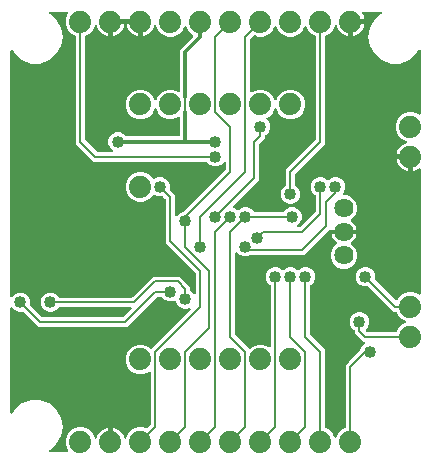
<source format=gbr>
G04 EAGLE Gerber RS-274X export*
G75*
%MOMM*%
%FSLAX34Y34*%
%LPD*%
%INBottom Copper*%
%IPPOS*%
%AMOC8*
5,1,8,0,0,1.08239X$1,22.5*%
G01*
%ADD10C,1.879600*%
%ADD11C,1.625600*%
%ADD12C,1.016000*%
%ADD13C,0.203200*%
%ADD14C,0.304800*%

G36*
X101715Y-174282D02*
X101715Y-174282D01*
X101828Y-174272D01*
X101855Y-174261D01*
X101885Y-174257D01*
X101988Y-174211D01*
X102093Y-174170D01*
X102117Y-174152D01*
X102144Y-174140D01*
X102230Y-174067D01*
X102320Y-173998D01*
X102338Y-173975D01*
X102360Y-173956D01*
X102402Y-173889D01*
X102490Y-173771D01*
X102512Y-173712D01*
X102538Y-173671D01*
X103748Y-170749D01*
X107249Y-167248D01*
X109609Y-166271D01*
X109610Y-166270D01*
X109611Y-166270D01*
X109728Y-166201D01*
X109853Y-166127D01*
X109854Y-166125D01*
X109856Y-166125D01*
X109953Y-166021D01*
X110049Y-165920D01*
X110049Y-165918D01*
X110050Y-165917D01*
X110115Y-165791D01*
X110179Y-165667D01*
X110179Y-165666D01*
X110180Y-165664D01*
X110182Y-165649D01*
X110234Y-165388D01*
X110231Y-165358D01*
X110235Y-165333D01*
X110235Y-112616D01*
X112914Y-109938D01*
X122406Y-100446D01*
X122425Y-100421D01*
X122448Y-100401D01*
X122490Y-100334D01*
X122577Y-100218D01*
X122600Y-100158D01*
X122626Y-100116D01*
X123919Y-96995D01*
X126216Y-94698D01*
X126234Y-94674D01*
X126256Y-94655D01*
X126319Y-94561D01*
X126387Y-94471D01*
X126398Y-94443D01*
X126414Y-94419D01*
X126448Y-94311D01*
X126488Y-94205D01*
X126491Y-94176D01*
X126500Y-94148D01*
X126503Y-94034D01*
X126512Y-93922D01*
X126506Y-93893D01*
X126507Y-93864D01*
X126478Y-93754D01*
X126456Y-93643D01*
X126443Y-93617D01*
X126435Y-93589D01*
X126377Y-93491D01*
X126325Y-93391D01*
X126305Y-93369D01*
X126290Y-93344D01*
X126207Y-93267D01*
X126129Y-93185D01*
X126104Y-93170D01*
X126083Y-93150D01*
X125982Y-93098D01*
X125884Y-93041D01*
X125856Y-93034D01*
X125830Y-93020D01*
X125752Y-93007D01*
X125609Y-92971D01*
X125546Y-92973D01*
X125498Y-92965D01*
X125316Y-92965D01*
X117855Y-85504D01*
X117855Y-83993D01*
X117855Y-83992D01*
X117855Y-83990D01*
X117836Y-83855D01*
X117815Y-83712D01*
X117815Y-83710D01*
X117815Y-83709D01*
X117757Y-83582D01*
X117699Y-83452D01*
X117698Y-83451D01*
X117697Y-83450D01*
X117605Y-83341D01*
X117516Y-83235D01*
X117514Y-83234D01*
X117513Y-83233D01*
X117500Y-83225D01*
X117348Y-83123D01*
X115029Y-80805D01*
X113791Y-77817D01*
X113791Y-74583D01*
X115029Y-71595D01*
X117315Y-69309D01*
X120303Y-68071D01*
X123537Y-68071D01*
X126525Y-69309D01*
X128811Y-71595D01*
X130049Y-74583D01*
X130049Y-77817D01*
X128811Y-80805D01*
X127450Y-82166D01*
X127434Y-82188D01*
X127414Y-82204D01*
X127397Y-82229D01*
X127372Y-82253D01*
X127330Y-82326D01*
X127279Y-82393D01*
X127267Y-82425D01*
X127256Y-82441D01*
X127249Y-82463D01*
X127229Y-82498D01*
X127208Y-82580D01*
X127178Y-82659D01*
X127174Y-82699D01*
X127170Y-82712D01*
X127170Y-82729D01*
X127159Y-82774D01*
X127161Y-82858D01*
X127154Y-82942D01*
X127163Y-82987D01*
X127163Y-82996D01*
X127166Y-83007D01*
X127168Y-83058D01*
X127194Y-83138D01*
X127210Y-83221D01*
X127234Y-83266D01*
X127235Y-83271D01*
X127239Y-83277D01*
X127255Y-83328D01*
X127295Y-83384D01*
X127341Y-83473D01*
X127378Y-83512D01*
X127380Y-83516D01*
X127393Y-83527D01*
X127410Y-83545D01*
X127450Y-83602D01*
X128386Y-84538D01*
X128456Y-84590D01*
X128520Y-84650D01*
X128569Y-84676D01*
X128614Y-84709D01*
X128695Y-84740D01*
X128773Y-84780D01*
X128821Y-84788D01*
X128879Y-84810D01*
X129027Y-84822D01*
X129104Y-84835D01*
X152633Y-84835D01*
X152635Y-84835D01*
X152636Y-84835D01*
X152775Y-84815D01*
X152915Y-84795D01*
X152916Y-84795D01*
X152918Y-84795D01*
X153043Y-84738D01*
X153174Y-84679D01*
X153175Y-84678D01*
X153177Y-84677D01*
X153284Y-84586D01*
X153391Y-84496D01*
X153392Y-84494D01*
X153393Y-84493D01*
X153401Y-84480D01*
X153549Y-84259D01*
X153558Y-84230D01*
X153571Y-84209D01*
X154548Y-81849D01*
X158049Y-78348D01*
X160971Y-77138D01*
X160996Y-77123D01*
X161024Y-77114D01*
X161119Y-77051D01*
X161216Y-76993D01*
X161236Y-76972D01*
X161261Y-76956D01*
X161334Y-76869D01*
X161411Y-76787D01*
X161425Y-76761D01*
X161444Y-76738D01*
X161490Y-76635D01*
X161541Y-76534D01*
X161547Y-76505D01*
X161559Y-76478D01*
X161575Y-76366D01*
X161596Y-76255D01*
X161594Y-76226D01*
X161598Y-76197D01*
X161582Y-76085D01*
X161572Y-75972D01*
X161561Y-75945D01*
X161557Y-75915D01*
X161511Y-75812D01*
X161470Y-75707D01*
X161452Y-75683D01*
X161440Y-75656D01*
X161367Y-75570D01*
X161298Y-75480D01*
X161275Y-75462D01*
X161256Y-75440D01*
X161189Y-75398D01*
X161071Y-75310D01*
X161012Y-75288D01*
X160971Y-75262D01*
X158049Y-74052D01*
X154548Y-70551D01*
X153571Y-68191D01*
X153570Y-68190D01*
X153570Y-68189D01*
X153501Y-68073D01*
X153427Y-67947D01*
X153425Y-67946D01*
X153425Y-67944D01*
X153321Y-67847D01*
X153220Y-67751D01*
X153218Y-67751D01*
X153217Y-67750D01*
X153091Y-67685D01*
X152967Y-67621D01*
X152966Y-67621D01*
X152964Y-67620D01*
X152949Y-67618D01*
X152688Y-67566D01*
X152658Y-67569D01*
X152633Y-67565D01*
X150716Y-67565D01*
X129636Y-46485D01*
X129635Y-46484D01*
X129634Y-46482D01*
X129522Y-46399D01*
X129409Y-46314D01*
X129408Y-46313D01*
X129406Y-46312D01*
X129276Y-46263D01*
X129144Y-46213D01*
X129142Y-46213D01*
X129140Y-46212D01*
X128998Y-46201D01*
X128860Y-46189D01*
X128859Y-46189D01*
X128857Y-46189D01*
X128841Y-46193D01*
X128663Y-46229D01*
X125383Y-46229D01*
X122395Y-44991D01*
X120109Y-42705D01*
X118871Y-39717D01*
X118871Y-36483D01*
X120109Y-33495D01*
X122395Y-31209D01*
X125383Y-29971D01*
X128617Y-29971D01*
X131605Y-31209D01*
X133891Y-33495D01*
X135129Y-36483D01*
X135129Y-39770D01*
X135094Y-39905D01*
X135094Y-39907D01*
X135093Y-39908D01*
X135098Y-40054D01*
X135102Y-40189D01*
X135102Y-40191D01*
X135102Y-40193D01*
X135145Y-40324D01*
X135188Y-40460D01*
X135189Y-40461D01*
X135190Y-40463D01*
X135199Y-40476D01*
X135347Y-40696D01*
X135370Y-40716D01*
X135385Y-40736D01*
X152463Y-57815D01*
X152555Y-57884D01*
X152643Y-57958D01*
X152668Y-57969D01*
X152690Y-57986D01*
X152798Y-58027D01*
X152903Y-58073D01*
X152930Y-58077D01*
X152956Y-58087D01*
X153070Y-58096D01*
X153184Y-58112D01*
X153212Y-58108D01*
X153239Y-58111D01*
X153352Y-58088D01*
X153466Y-58072D01*
X153491Y-58060D01*
X153518Y-58055D01*
X153620Y-58002D01*
X153725Y-57954D01*
X153746Y-57936D01*
X153770Y-57924D01*
X153854Y-57845D01*
X153941Y-57770D01*
X153954Y-57749D01*
X153977Y-57728D01*
X154111Y-57499D01*
X154119Y-57485D01*
X154548Y-56449D01*
X158049Y-52948D01*
X162624Y-51053D01*
X167576Y-51053D01*
X172331Y-53023D01*
X172443Y-53052D01*
X172552Y-53086D01*
X172580Y-53087D01*
X172607Y-53094D01*
X172721Y-53091D01*
X172836Y-53094D01*
X172863Y-53087D01*
X172891Y-53086D01*
X173000Y-53051D01*
X173111Y-53022D01*
X173135Y-53008D01*
X173162Y-52999D01*
X173257Y-52935D01*
X173356Y-52877D01*
X173375Y-52856D01*
X173398Y-52841D01*
X173472Y-52753D01*
X173550Y-52669D01*
X173563Y-52645D01*
X173581Y-52623D01*
X173627Y-52519D01*
X173680Y-52416D01*
X173684Y-52392D01*
X173696Y-52364D01*
X173733Y-52100D01*
X173735Y-52085D01*
X173735Y53024D01*
X173722Y53115D01*
X173719Y53207D01*
X173703Y53256D01*
X173695Y53306D01*
X173658Y53390D01*
X173629Y53477D01*
X173600Y53519D01*
X173579Y53565D01*
X173520Y53635D01*
X173468Y53711D01*
X173428Y53743D01*
X173396Y53782D01*
X173319Y53833D01*
X173248Y53892D01*
X173201Y53912D01*
X173159Y53940D01*
X173071Y53968D01*
X172987Y54004D01*
X172936Y54010D01*
X172888Y54026D01*
X172796Y54028D01*
X172705Y54039D01*
X172654Y54032D01*
X172604Y54033D01*
X172515Y54010D01*
X172424Y53995D01*
X172384Y53975D01*
X172329Y53961D01*
X172192Y53880D01*
X172123Y53846D01*
X171357Y53289D01*
X169683Y52436D01*
X167896Y51855D01*
X167131Y51734D01*
X167131Y62484D01*
X167123Y62542D01*
X167125Y62600D01*
X167103Y62682D01*
X167091Y62765D01*
X167067Y62819D01*
X167053Y62875D01*
X167010Y62948D01*
X166975Y63025D01*
X166937Y63069D01*
X166907Y63120D01*
X166846Y63177D01*
X166791Y63242D01*
X166743Y63274D01*
X166700Y63314D01*
X166625Y63353D01*
X166555Y63399D01*
X166499Y63417D01*
X166447Y63444D01*
X166379Y63455D01*
X166284Y63485D01*
X166184Y63488D01*
X166116Y63499D01*
X165099Y63499D01*
X165099Y64516D01*
X165091Y64574D01*
X165092Y64632D01*
X165071Y64714D01*
X165059Y64797D01*
X165035Y64851D01*
X165021Y64907D01*
X164978Y64980D01*
X164943Y65057D01*
X164905Y65102D01*
X164875Y65152D01*
X164814Y65210D01*
X164759Y65274D01*
X164711Y65306D01*
X164668Y65346D01*
X164593Y65385D01*
X164523Y65431D01*
X164467Y65449D01*
X164415Y65476D01*
X164347Y65487D01*
X164252Y65517D01*
X164152Y65520D01*
X164084Y65531D01*
X153334Y65531D01*
X153455Y66296D01*
X154036Y68083D01*
X154889Y69757D01*
X155994Y71278D01*
X157322Y72606D01*
X158843Y73711D01*
X160517Y74564D01*
X161637Y74928D01*
X161699Y74958D01*
X161765Y74979D01*
X161826Y75020D01*
X161892Y75053D01*
X161943Y75099D01*
X162001Y75138D01*
X162048Y75194D01*
X162103Y75243D01*
X162139Y75302D01*
X162184Y75355D01*
X162214Y75422D01*
X162253Y75485D01*
X162271Y75552D01*
X162299Y75615D01*
X162309Y75688D01*
X162329Y75759D01*
X162329Y75828D01*
X162338Y75897D01*
X162328Y75969D01*
X162327Y76043D01*
X162307Y76110D01*
X162298Y76178D01*
X162267Y76245D01*
X162246Y76316D01*
X162209Y76374D01*
X162180Y76437D01*
X162133Y76493D01*
X162093Y76555D01*
X162041Y76601D01*
X161996Y76653D01*
X161943Y76686D01*
X161879Y76743D01*
X161775Y76792D01*
X161711Y76831D01*
X158049Y78348D01*
X154548Y81849D01*
X152653Y86424D01*
X152653Y91376D01*
X154548Y95951D01*
X158049Y99452D01*
X162624Y101347D01*
X167576Y101347D01*
X172331Y99377D01*
X172443Y99348D01*
X172552Y99314D01*
X172580Y99313D01*
X172607Y99306D01*
X172721Y99309D01*
X172836Y99306D01*
X172863Y99313D01*
X172891Y99314D01*
X173000Y99349D01*
X173111Y99378D01*
X173135Y99392D01*
X173162Y99401D01*
X173257Y99465D01*
X173356Y99523D01*
X173375Y99544D01*
X173398Y99559D01*
X173471Y99647D01*
X173550Y99731D01*
X173563Y99755D01*
X173581Y99777D01*
X173627Y99881D01*
X173680Y99984D01*
X173684Y100008D01*
X173696Y100036D01*
X173733Y100300D01*
X173735Y100315D01*
X173735Y153051D01*
X173733Y153071D01*
X173735Y153090D01*
X173713Y153211D01*
X173695Y153333D01*
X173687Y153351D01*
X173684Y153370D01*
X173629Y153480D01*
X173579Y153592D01*
X173567Y153607D01*
X173558Y153625D01*
X173475Y153716D01*
X173396Y153809D01*
X173379Y153820D01*
X173366Y153835D01*
X173261Y153899D01*
X173159Y153967D01*
X173140Y153973D01*
X173124Y153983D01*
X173005Y154016D01*
X172888Y154053D01*
X172868Y154053D01*
X172849Y154058D01*
X172727Y154057D01*
X172604Y154060D01*
X172585Y154055D01*
X172565Y154055D01*
X172447Y154019D01*
X172329Y153988D01*
X172312Y153978D01*
X172293Y153972D01*
X172190Y153906D01*
X172084Y153843D01*
X172071Y153829D01*
X172054Y153818D01*
X172008Y153761D01*
X171890Y153636D01*
X171866Y153590D01*
X171841Y153559D01*
X169985Y150344D01*
X163878Y145220D01*
X156386Y142493D01*
X148414Y142493D01*
X140922Y145220D01*
X134815Y150344D01*
X130829Y157249D01*
X129445Y165100D01*
X130829Y172951D01*
X134815Y179855D01*
X140520Y184642D01*
X140569Y184697D01*
X140625Y184745D01*
X140664Y184802D01*
X140710Y184854D01*
X140742Y184920D01*
X140783Y184981D01*
X140804Y185047D01*
X140834Y185110D01*
X140846Y185182D01*
X140868Y185252D01*
X140870Y185321D01*
X140882Y185390D01*
X140874Y185463D01*
X140876Y185536D01*
X140858Y185603D01*
X140851Y185672D01*
X140823Y185740D01*
X140804Y185811D01*
X140769Y185871D01*
X140742Y185935D01*
X140696Y185993D01*
X140659Y186056D01*
X140608Y186103D01*
X140565Y186157D01*
X140505Y186200D01*
X140451Y186250D01*
X140390Y186282D01*
X140333Y186322D01*
X140264Y186346D01*
X140198Y186380D01*
X140140Y186390D01*
X140065Y186416D01*
X139943Y186423D01*
X139867Y186435D01*
X124776Y186435D01*
X124685Y186422D01*
X124593Y186419D01*
X124544Y186403D01*
X124494Y186395D01*
X124410Y186358D01*
X124323Y186329D01*
X124281Y186300D01*
X124235Y186279D01*
X124165Y186220D01*
X124089Y186168D01*
X124057Y186128D01*
X124018Y186096D01*
X123967Y186019D01*
X123908Y185948D01*
X123888Y185901D01*
X123860Y185859D01*
X123832Y185771D01*
X123796Y185687D01*
X123790Y185636D01*
X123774Y185588D01*
X123772Y185496D01*
X123761Y185405D01*
X123768Y185354D01*
X123767Y185304D01*
X123790Y185215D01*
X123805Y185124D01*
X123825Y185084D01*
X123839Y185029D01*
X123920Y184892D01*
X123954Y184823D01*
X124511Y184057D01*
X125364Y182383D01*
X125945Y180596D01*
X126066Y179831D01*
X115316Y179831D01*
X115258Y179823D01*
X115200Y179825D01*
X115118Y179803D01*
X115035Y179791D01*
X114981Y179767D01*
X114925Y179753D01*
X114852Y179710D01*
X114775Y179675D01*
X114731Y179637D01*
X114680Y179607D01*
X114623Y179546D01*
X114558Y179491D01*
X114526Y179443D01*
X114486Y179400D01*
X114447Y179325D01*
X114401Y179255D01*
X114383Y179199D01*
X114356Y179147D01*
X114345Y179079D01*
X114315Y178984D01*
X114312Y178884D01*
X114301Y178816D01*
X114301Y177799D01*
X113284Y177799D01*
X113226Y177791D01*
X113168Y177792D01*
X113086Y177771D01*
X113003Y177759D01*
X112949Y177735D01*
X112893Y177721D01*
X112820Y177678D01*
X112743Y177643D01*
X112698Y177605D01*
X112648Y177575D01*
X112590Y177514D01*
X112526Y177459D01*
X112494Y177411D01*
X112454Y177368D01*
X112415Y177293D01*
X112369Y177223D01*
X112351Y177167D01*
X112324Y177115D01*
X112313Y177047D01*
X112283Y176952D01*
X112280Y176852D01*
X112269Y176784D01*
X112269Y166034D01*
X111504Y166155D01*
X109717Y166736D01*
X108043Y167589D01*
X106522Y168694D01*
X105194Y170022D01*
X104089Y171543D01*
X103236Y173217D01*
X102872Y174337D01*
X102860Y174362D01*
X102858Y174370D01*
X102847Y174388D01*
X102842Y174399D01*
X102821Y174465D01*
X102780Y174526D01*
X102747Y174592D01*
X102701Y174643D01*
X102662Y174701D01*
X102606Y174748D01*
X102557Y174803D01*
X102498Y174839D01*
X102445Y174884D01*
X102377Y174914D01*
X102315Y174953D01*
X102248Y174971D01*
X102185Y174999D01*
X102112Y175009D01*
X102041Y175029D01*
X101972Y175029D01*
X101903Y175038D01*
X101830Y175028D01*
X101757Y175027D01*
X101691Y175007D01*
X101622Y174998D01*
X101555Y174967D01*
X101484Y174946D01*
X101426Y174909D01*
X101363Y174880D01*
X101307Y174833D01*
X101245Y174793D01*
X101199Y174741D01*
X101147Y174696D01*
X101114Y174643D01*
X101057Y174579D01*
X101008Y174475D01*
X100969Y174411D01*
X99452Y170749D01*
X95951Y167248D01*
X93591Y166271D01*
X93590Y166270D01*
X93589Y166270D01*
X93468Y166198D01*
X93347Y166127D01*
X93346Y166125D01*
X93344Y166125D01*
X93247Y166021D01*
X93151Y165920D01*
X93151Y165918D01*
X93150Y165917D01*
X93085Y165792D01*
X93021Y165667D01*
X93021Y165666D01*
X93020Y165664D01*
X93018Y165649D01*
X92966Y165388D01*
X92969Y165358D01*
X92965Y165333D01*
X92965Y74516D01*
X67862Y49414D01*
X67810Y49344D01*
X67750Y49280D01*
X67724Y49231D01*
X67691Y49186D01*
X67660Y49105D01*
X67620Y49027D01*
X67612Y48979D01*
X67590Y48921D01*
X67578Y48773D01*
X67565Y48696D01*
X67565Y39543D01*
X67565Y39542D01*
X67565Y39540D01*
X67585Y39401D01*
X67605Y39262D01*
X67605Y39260D01*
X67605Y39259D01*
X67663Y39132D01*
X67721Y39002D01*
X67722Y39001D01*
X67723Y39000D01*
X67815Y38891D01*
X67904Y38785D01*
X67906Y38784D01*
X67907Y38783D01*
X67920Y38775D01*
X68072Y38673D01*
X70391Y36355D01*
X71629Y33367D01*
X71629Y30133D01*
X70391Y27145D01*
X68105Y24859D01*
X65117Y23621D01*
X61883Y23621D01*
X58895Y24859D01*
X56609Y27145D01*
X55371Y30133D01*
X55371Y33367D01*
X56609Y36355D01*
X58933Y38678D01*
X59053Y38750D01*
X59054Y38751D01*
X59056Y38752D01*
X59151Y38854D01*
X59248Y38956D01*
X59249Y38958D01*
X59250Y38959D01*
X59314Y39084D01*
X59379Y39209D01*
X59379Y39211D01*
X59380Y39212D01*
X59382Y39227D01*
X59434Y39488D01*
X59431Y39519D01*
X59435Y39543D01*
X59435Y52484D01*
X84538Y77586D01*
X84590Y77656D01*
X84650Y77720D01*
X84676Y77769D01*
X84709Y77814D01*
X84740Y77895D01*
X84780Y77973D01*
X84788Y78021D01*
X84810Y78079D01*
X84822Y78227D01*
X84835Y78304D01*
X84835Y165333D01*
X84835Y165335D01*
X84835Y165336D01*
X84815Y165475D01*
X84795Y165615D01*
X84795Y165616D01*
X84795Y165618D01*
X84739Y165741D01*
X84679Y165874D01*
X84678Y165875D01*
X84677Y165877D01*
X84588Y165982D01*
X84496Y166091D01*
X84494Y166092D01*
X84493Y166093D01*
X84480Y166101D01*
X84259Y166249D01*
X84230Y166258D01*
X84209Y166271D01*
X81849Y167248D01*
X78348Y170749D01*
X77138Y173671D01*
X77123Y173696D01*
X77114Y173724D01*
X77051Y173819D01*
X76993Y173916D01*
X76972Y173936D01*
X76956Y173961D01*
X76869Y174034D01*
X76787Y174111D01*
X76761Y174125D01*
X76738Y174144D01*
X76635Y174190D01*
X76534Y174241D01*
X76505Y174247D01*
X76478Y174259D01*
X76366Y174275D01*
X76255Y174296D01*
X76226Y174294D01*
X76197Y174298D01*
X76085Y174282D01*
X75972Y174272D01*
X75945Y174261D01*
X75916Y174257D01*
X75812Y174211D01*
X75707Y174170D01*
X75683Y174152D01*
X75656Y174140D01*
X75570Y174067D01*
X75480Y173998D01*
X75462Y173975D01*
X75440Y173956D01*
X75398Y173889D01*
X75310Y173771D01*
X75288Y173712D01*
X75262Y173671D01*
X74052Y170749D01*
X70551Y167248D01*
X65976Y165353D01*
X61024Y165353D01*
X56449Y167248D01*
X52948Y170749D01*
X51738Y173671D01*
X51723Y173696D01*
X51714Y173724D01*
X51651Y173819D01*
X51593Y173916D01*
X51572Y173936D01*
X51556Y173961D01*
X51469Y174033D01*
X51387Y174111D01*
X51361Y174125D01*
X51338Y174143D01*
X51235Y174189D01*
X51134Y174241D01*
X51105Y174247D01*
X51078Y174259D01*
X50966Y174275D01*
X50855Y174296D01*
X50826Y174294D01*
X50797Y174298D01*
X50685Y174282D01*
X50572Y174272D01*
X50545Y174261D01*
X50516Y174257D01*
X50412Y174211D01*
X50307Y174170D01*
X50283Y174152D01*
X50256Y174140D01*
X50170Y174067D01*
X50080Y173998D01*
X50062Y173975D01*
X50040Y173956D01*
X49998Y173889D01*
X49910Y173771D01*
X49888Y173712D01*
X49862Y173671D01*
X48652Y170749D01*
X45151Y167248D01*
X40576Y165353D01*
X35624Y165353D01*
X33265Y166330D01*
X33264Y166331D01*
X33262Y166332D01*
X33128Y166366D01*
X32990Y166401D01*
X32988Y166401D01*
X32987Y166402D01*
X32846Y166397D01*
X32706Y166393D01*
X32704Y166393D01*
X32703Y166393D01*
X32568Y166349D01*
X32435Y166307D01*
X32434Y166306D01*
X32432Y166305D01*
X32420Y166297D01*
X32199Y166148D01*
X32179Y166125D01*
X32159Y166110D01*
X29762Y163714D01*
X29710Y163644D01*
X29650Y163580D01*
X29624Y163531D01*
X29591Y163486D01*
X29560Y163405D01*
X29520Y163327D01*
X29512Y163279D01*
X29490Y163221D01*
X29478Y163073D01*
X29465Y162996D01*
X29465Y119365D01*
X29481Y119251D01*
X29491Y119137D01*
X29501Y119111D01*
X29505Y119083D01*
X29552Y118978D01*
X29593Y118871D01*
X29609Y118849D01*
X29621Y118824D01*
X29695Y118736D01*
X29764Y118645D01*
X29787Y118628D01*
X29804Y118607D01*
X29900Y118543D01*
X29992Y118474D01*
X30018Y118465D01*
X30041Y118449D01*
X30151Y118415D01*
X30258Y118374D01*
X30286Y118372D01*
X30312Y118364D01*
X30427Y118361D01*
X30541Y118351D01*
X30566Y118357D01*
X30596Y118356D01*
X30853Y118423D01*
X30869Y118427D01*
X35624Y120397D01*
X40576Y120397D01*
X45151Y118502D01*
X48652Y115001D01*
X49862Y112079D01*
X49877Y112054D01*
X49886Y112026D01*
X49949Y111931D01*
X50007Y111834D01*
X50028Y111814D01*
X50044Y111789D01*
X50131Y111717D01*
X50213Y111639D01*
X50239Y111625D01*
X50262Y111607D01*
X50365Y111561D01*
X50466Y111509D01*
X50495Y111503D01*
X50522Y111491D01*
X50634Y111475D01*
X50745Y111454D01*
X50774Y111456D01*
X50803Y111452D01*
X50915Y111468D01*
X51028Y111478D01*
X51055Y111489D01*
X51084Y111493D01*
X51188Y111539D01*
X51293Y111580D01*
X51317Y111598D01*
X51344Y111610D01*
X51430Y111683D01*
X51520Y111752D01*
X51538Y111775D01*
X51560Y111794D01*
X51602Y111861D01*
X51690Y111979D01*
X51712Y112038D01*
X51738Y112079D01*
X52948Y115001D01*
X56449Y118502D01*
X61024Y120397D01*
X65976Y120397D01*
X70551Y118502D01*
X74052Y115001D01*
X75947Y110426D01*
X75947Y105474D01*
X74052Y100899D01*
X70551Y97398D01*
X65976Y95503D01*
X61024Y95503D01*
X56449Y97398D01*
X52948Y100899D01*
X51738Y103821D01*
X51723Y103846D01*
X51714Y103874D01*
X51651Y103969D01*
X51593Y104066D01*
X51572Y104086D01*
X51556Y104111D01*
X51469Y104184D01*
X51387Y104261D01*
X51361Y104275D01*
X51338Y104294D01*
X51235Y104340D01*
X51134Y104391D01*
X51105Y104397D01*
X51078Y104409D01*
X50966Y104425D01*
X50855Y104446D01*
X50826Y104444D01*
X50797Y104448D01*
X50685Y104432D01*
X50572Y104422D01*
X50545Y104411D01*
X50515Y104407D01*
X50412Y104361D01*
X50307Y104320D01*
X50283Y104302D01*
X50256Y104290D01*
X50170Y104217D01*
X50080Y104148D01*
X50062Y104125D01*
X50040Y104106D01*
X49998Y104039D01*
X49910Y103921D01*
X49888Y103862D01*
X49862Y103821D01*
X48652Y100899D01*
X45151Y97398D01*
X43688Y96793D01*
X43590Y96734D01*
X43488Y96681D01*
X43468Y96662D01*
X43444Y96648D01*
X43365Y96565D01*
X43282Y96486D01*
X43267Y96462D01*
X43248Y96441D01*
X43196Y96339D01*
X43138Y96240D01*
X43131Y96213D01*
X43118Y96189D01*
X43096Y96076D01*
X43068Y95965D01*
X43069Y95937D01*
X43063Y95910D01*
X43073Y95795D01*
X43077Y95681D01*
X43085Y95654D01*
X43088Y95627D01*
X43129Y95519D01*
X43164Y95410D01*
X43179Y95390D01*
X43190Y95361D01*
X43351Y95148D01*
X43359Y95137D01*
X43361Y95135D01*
X43361Y95134D01*
X44991Y93505D01*
X46229Y90517D01*
X46229Y87283D01*
X44991Y84295D01*
X42667Y81972D01*
X42547Y81900D01*
X42546Y81899D01*
X42544Y81898D01*
X42449Y81796D01*
X42352Y81694D01*
X42351Y81692D01*
X42350Y81691D01*
X42286Y81566D01*
X42221Y81441D01*
X42221Y81439D01*
X42220Y81438D01*
X42218Y81423D01*
X42166Y81162D01*
X42169Y81131D01*
X42165Y81107D01*
X42165Y79596D01*
X37382Y74814D01*
X37330Y74744D01*
X37270Y74680D01*
X37244Y74631D01*
X37211Y74586D01*
X37180Y74505D01*
X37140Y74427D01*
X37132Y74379D01*
X37110Y74321D01*
X37098Y74173D01*
X37085Y74096D01*
X37085Y44036D01*
X34406Y41358D01*
X15080Y22032D01*
X15011Y21940D01*
X14937Y21852D01*
X14926Y21827D01*
X14909Y21805D01*
X14869Y21698D01*
X14822Y21593D01*
X14818Y21565D01*
X14808Y21539D01*
X14799Y21425D01*
X14783Y21311D01*
X14787Y21283D01*
X14785Y21256D01*
X14807Y21143D01*
X14824Y21030D01*
X14835Y21004D01*
X14841Y20977D01*
X14893Y20875D01*
X14941Y20770D01*
X14959Y20749D01*
X14972Y20725D01*
X15051Y20641D01*
X15125Y20554D01*
X15146Y20541D01*
X15167Y20519D01*
X15397Y20384D01*
X15410Y20376D01*
X17305Y19591D01*
X18332Y18564D01*
X18379Y18529D01*
X18419Y18486D01*
X18492Y18443D01*
X18559Y18393D01*
X18614Y18372D01*
X18664Y18342D01*
X18746Y18322D01*
X18825Y18292D01*
X18883Y18287D01*
X18940Y18272D01*
X19024Y18275D01*
X19108Y18268D01*
X19166Y18279D01*
X19224Y18281D01*
X19304Y18307D01*
X19387Y18324D01*
X19439Y18351D01*
X19495Y18369D01*
X19551Y18409D01*
X19639Y18455D01*
X19712Y18524D01*
X19768Y18564D01*
X20795Y19591D01*
X23783Y20829D01*
X27017Y20829D01*
X30005Y19591D01*
X32328Y17267D01*
X32400Y17147D01*
X32401Y17146D01*
X32402Y17144D01*
X32504Y17049D01*
X32606Y16952D01*
X32608Y16951D01*
X32609Y16950D01*
X32734Y16886D01*
X32859Y16821D01*
X32861Y16821D01*
X32862Y16820D01*
X32877Y16818D01*
X33138Y16766D01*
X33169Y16769D01*
X33193Y16765D01*
X56977Y16765D01*
X56978Y16765D01*
X56980Y16765D01*
X57119Y16785D01*
X57258Y16805D01*
X57260Y16805D01*
X57261Y16805D01*
X57388Y16863D01*
X57518Y16921D01*
X57519Y16922D01*
X57520Y16923D01*
X57629Y17015D01*
X57735Y17104D01*
X57736Y17106D01*
X57737Y17107D01*
X57745Y17120D01*
X57847Y17272D01*
X60165Y19591D01*
X63153Y20829D01*
X66387Y20829D01*
X69375Y19591D01*
X71661Y17305D01*
X72899Y14317D01*
X72899Y11083D01*
X71661Y8095D01*
X69364Y5798D01*
X69346Y5774D01*
X69324Y5755D01*
X69261Y5661D01*
X69193Y5571D01*
X69182Y5543D01*
X69166Y5519D01*
X69132Y5411D01*
X69092Y5305D01*
X69089Y5276D01*
X69080Y5248D01*
X69077Y5134D01*
X69068Y5022D01*
X69074Y4993D01*
X69073Y4964D01*
X69102Y4854D01*
X69124Y4743D01*
X69137Y4717D01*
X69145Y4689D01*
X69203Y4591D01*
X69255Y4491D01*
X69275Y4469D01*
X69290Y4444D01*
X69373Y4367D01*
X69451Y4285D01*
X69476Y4270D01*
X69497Y4250D01*
X69598Y4198D01*
X69696Y4141D01*
X69724Y4134D01*
X69750Y4120D01*
X69828Y4107D01*
X69971Y4071D01*
X70034Y4073D01*
X70082Y4065D01*
X71556Y4065D01*
X71642Y4077D01*
X71730Y4080D01*
X71782Y4097D01*
X71837Y4105D01*
X71917Y4140D01*
X72000Y4167D01*
X72040Y4195D01*
X72097Y4221D01*
X72210Y4317D01*
X72274Y4362D01*
X84538Y16626D01*
X84590Y16696D01*
X84650Y16760D01*
X84676Y16809D01*
X84709Y16854D01*
X84740Y16935D01*
X84780Y17013D01*
X84788Y17061D01*
X84810Y17119D01*
X84822Y17267D01*
X84835Y17344D01*
X84835Y30307D01*
X84835Y30308D01*
X84835Y30310D01*
X84815Y30449D01*
X84795Y30588D01*
X84795Y30590D01*
X84795Y30591D01*
X84737Y30718D01*
X84679Y30848D01*
X84678Y30849D01*
X84677Y30850D01*
X84585Y30959D01*
X84496Y31065D01*
X84494Y31066D01*
X84493Y31067D01*
X84480Y31075D01*
X84328Y31177D01*
X82009Y33495D01*
X80771Y36483D01*
X80771Y39717D01*
X82009Y42705D01*
X84295Y44991D01*
X87283Y46229D01*
X90517Y46229D01*
X93505Y44991D01*
X94532Y43964D01*
X94579Y43929D01*
X94619Y43886D01*
X94692Y43843D01*
X94759Y43793D01*
X94814Y43772D01*
X94864Y43742D01*
X94946Y43722D01*
X95025Y43692D01*
X95083Y43687D01*
X95140Y43672D01*
X95224Y43675D01*
X95308Y43668D01*
X95366Y43679D01*
X95424Y43681D01*
X95504Y43707D01*
X95587Y43724D01*
X95639Y43751D01*
X95695Y43769D01*
X95751Y43809D01*
X95839Y43855D01*
X95912Y43924D01*
X95968Y43964D01*
X96995Y44991D01*
X99983Y46229D01*
X103217Y46229D01*
X106205Y44991D01*
X108491Y42705D01*
X109729Y39717D01*
X109729Y36483D01*
X108491Y33495D01*
X107906Y32910D01*
X107888Y32886D01*
X107866Y32867D01*
X107803Y32773D01*
X107735Y32683D01*
X107724Y32655D01*
X107708Y32631D01*
X107674Y32523D01*
X107634Y32417D01*
X107631Y32388D01*
X107622Y32360D01*
X107619Y32246D01*
X107610Y32134D01*
X107616Y32105D01*
X107615Y32076D01*
X107644Y31966D01*
X107666Y31855D01*
X107679Y31829D01*
X107687Y31801D01*
X107744Y31703D01*
X107797Y31603D01*
X107817Y31581D01*
X107832Y31556D01*
X107915Y31479D01*
X107993Y31397D01*
X108018Y31382D01*
X108039Y31362D01*
X108140Y31310D01*
X108238Y31253D01*
X108266Y31246D01*
X108292Y31232D01*
X108370Y31219D01*
X108513Y31183D01*
X108576Y31185D01*
X108624Y31177D01*
X110973Y31177D01*
X115081Y29475D01*
X118225Y26331D01*
X119927Y22223D01*
X119927Y17777D01*
X118225Y13669D01*
X115081Y10525D01*
X115058Y10515D01*
X115012Y10488D01*
X114963Y10470D01*
X114891Y10417D01*
X114813Y10371D01*
X114777Y10333D01*
X114735Y10301D01*
X114680Y10230D01*
X114618Y10164D01*
X114594Y10117D01*
X114562Y10076D01*
X114529Y9992D01*
X114487Y9911D01*
X114477Y9860D01*
X114458Y9811D01*
X114450Y9721D01*
X114432Y9632D01*
X114437Y9580D01*
X114432Y9528D01*
X114449Y9439D01*
X114457Y9349D01*
X114476Y9300D01*
X114485Y9249D01*
X114526Y9168D01*
X114559Y9084D01*
X114590Y9042D01*
X114614Y8995D01*
X114665Y8943D01*
X114730Y8857D01*
X114804Y8802D01*
X114849Y8756D01*
X115700Y8138D01*
X116888Y6950D01*
X117875Y5592D01*
X118637Y4095D01*
X119156Y2498D01*
X119275Y1749D01*
X109484Y1749D01*
X109426Y1741D01*
X109368Y1743D01*
X109286Y1721D01*
X109203Y1709D01*
X109149Y1686D01*
X109093Y1671D01*
X109020Y1628D01*
X108943Y1593D01*
X108899Y1555D01*
X108848Y1526D01*
X108791Y1464D01*
X108747Y1427D01*
X108746Y1428D01*
X108691Y1492D01*
X108643Y1524D01*
X108600Y1564D01*
X108525Y1603D01*
X108455Y1650D01*
X108399Y1667D01*
X108347Y1694D01*
X108279Y1705D01*
X108184Y1735D01*
X108084Y1738D01*
X108016Y1749D01*
X97746Y1749D01*
X97709Y1789D01*
X97680Y1806D01*
X97655Y1829D01*
X97557Y1878D01*
X97463Y1933D01*
X97431Y1941D01*
X97401Y1956D01*
X97293Y1976D01*
X97188Y2003D01*
X97154Y2002D01*
X97121Y2008D01*
X97012Y1997D01*
X96904Y1994D01*
X96872Y1983D01*
X96838Y1980D01*
X96737Y1940D01*
X96633Y1906D01*
X96609Y1889D01*
X96574Y1875D01*
X96400Y1740D01*
X96360Y1711D01*
X78022Y-16626D01*
X75344Y-19305D01*
X30712Y-19305D01*
X30625Y-19317D01*
X30537Y-19320D01*
X30485Y-19337D01*
X30430Y-19345D01*
X30350Y-19380D01*
X30267Y-19407D01*
X30228Y-19435D01*
X30171Y-19461D01*
X30057Y-19557D01*
X30015Y-19587D01*
X27017Y-20829D01*
X23783Y-20829D01*
X20795Y-19591D01*
X18498Y-17294D01*
X18474Y-17276D01*
X18455Y-17254D01*
X18361Y-17191D01*
X18271Y-17123D01*
X18243Y-17112D01*
X18219Y-17096D01*
X18111Y-17062D01*
X18005Y-17022D01*
X17976Y-17019D01*
X17948Y-17010D01*
X17834Y-17007D01*
X17722Y-16998D01*
X17693Y-17004D01*
X17664Y-17003D01*
X17554Y-17032D01*
X17443Y-17054D01*
X17417Y-17067D01*
X17389Y-17075D01*
X17291Y-17133D01*
X17191Y-17185D01*
X17169Y-17205D01*
X17144Y-17220D01*
X17067Y-17303D01*
X16985Y-17381D01*
X16970Y-17406D01*
X16950Y-17427D01*
X16898Y-17528D01*
X16841Y-17626D01*
X16834Y-17654D01*
X16820Y-17680D01*
X16807Y-17758D01*
X16771Y-17901D01*
X16773Y-17964D01*
X16765Y-18012D01*
X16765Y-86796D01*
X16777Y-86882D01*
X16780Y-86970D01*
X16797Y-87023D01*
X16805Y-87077D01*
X16840Y-87157D01*
X16867Y-87240D01*
X16895Y-87280D01*
X16921Y-87337D01*
X17017Y-87450D01*
X17062Y-87514D01*
X26786Y-97238D01*
X28280Y-98732D01*
X28327Y-98767D01*
X28367Y-98809D01*
X28440Y-98852D01*
X28507Y-98903D01*
X28562Y-98923D01*
X28612Y-98953D01*
X28694Y-98974D01*
X28773Y-99004D01*
X28831Y-99009D01*
X28888Y-99023D01*
X28972Y-99020D01*
X29056Y-99027D01*
X29114Y-99016D01*
X29172Y-99014D01*
X29252Y-98988D01*
X29335Y-98972D01*
X29387Y-98945D01*
X29443Y-98927D01*
X29499Y-98886D01*
X29587Y-98841D01*
X29660Y-98772D01*
X29716Y-98732D01*
X31049Y-97398D01*
X35624Y-95503D01*
X40576Y-95503D01*
X45331Y-97473D01*
X45443Y-97502D01*
X45552Y-97536D01*
X45580Y-97537D01*
X45607Y-97544D01*
X45721Y-97541D01*
X45836Y-97544D01*
X45863Y-97537D01*
X45891Y-97536D01*
X46000Y-97501D01*
X46111Y-97472D01*
X46135Y-97458D01*
X46162Y-97449D01*
X46257Y-97385D01*
X46356Y-97327D01*
X46375Y-97306D01*
X46398Y-97291D01*
X46472Y-97203D01*
X46550Y-97119D01*
X46563Y-97095D01*
X46581Y-97073D01*
X46627Y-96969D01*
X46680Y-96866D01*
X46684Y-96842D01*
X46696Y-96814D01*
X46733Y-96550D01*
X46735Y-96535D01*
X46735Y-45893D01*
X46735Y-45892D01*
X46735Y-45890D01*
X46716Y-45754D01*
X46695Y-45612D01*
X46695Y-45610D01*
X46695Y-45609D01*
X46637Y-45482D01*
X46579Y-45352D01*
X46578Y-45351D01*
X46577Y-45350D01*
X46485Y-45241D01*
X46396Y-45135D01*
X46394Y-45134D01*
X46393Y-45133D01*
X46380Y-45125D01*
X46228Y-45023D01*
X43909Y-42705D01*
X42671Y-39717D01*
X42671Y-36483D01*
X43909Y-33495D01*
X46195Y-31209D01*
X49183Y-29971D01*
X52417Y-29971D01*
X55405Y-31209D01*
X56432Y-32236D01*
X56479Y-32271D01*
X56519Y-32314D01*
X56592Y-32357D01*
X56659Y-32407D01*
X56714Y-32428D01*
X56764Y-32458D01*
X56846Y-32478D01*
X56925Y-32508D01*
X56983Y-32513D01*
X57040Y-32528D01*
X57124Y-32525D01*
X57208Y-32532D01*
X57266Y-32521D01*
X57324Y-32519D01*
X57404Y-32493D01*
X57487Y-32476D01*
X57539Y-32449D01*
X57595Y-32431D01*
X57651Y-32391D01*
X57739Y-32345D01*
X57812Y-32276D01*
X57868Y-32236D01*
X58895Y-31209D01*
X61883Y-29971D01*
X65117Y-29971D01*
X68105Y-31209D01*
X69132Y-32236D01*
X69179Y-32271D01*
X69219Y-32314D01*
X69292Y-32357D01*
X69359Y-32407D01*
X69414Y-32428D01*
X69464Y-32458D01*
X69546Y-32478D01*
X69625Y-32508D01*
X69683Y-32513D01*
X69740Y-32528D01*
X69824Y-32525D01*
X69908Y-32532D01*
X69966Y-32521D01*
X70024Y-32519D01*
X70104Y-32493D01*
X70187Y-32476D01*
X70239Y-32449D01*
X70295Y-32431D01*
X70351Y-32391D01*
X70439Y-32345D01*
X70512Y-32276D01*
X70568Y-32236D01*
X71595Y-31209D01*
X74583Y-29971D01*
X77817Y-29971D01*
X80805Y-31209D01*
X83091Y-33495D01*
X84329Y-36483D01*
X84329Y-39717D01*
X83091Y-42705D01*
X80767Y-45028D01*
X80647Y-45100D01*
X80646Y-45101D01*
X80644Y-45102D01*
X80549Y-45204D01*
X80452Y-45306D01*
X80451Y-45308D01*
X80450Y-45309D01*
X80386Y-45434D01*
X80321Y-45559D01*
X80321Y-45561D01*
X80320Y-45562D01*
X80318Y-45577D01*
X80266Y-45838D01*
X80269Y-45869D01*
X80265Y-45893D01*
X80265Y-86796D01*
X80277Y-86882D01*
X80280Y-86970D01*
X80297Y-87022D01*
X80305Y-87077D01*
X80340Y-87157D01*
X80367Y-87240D01*
X80395Y-87280D01*
X80421Y-87337D01*
X80517Y-87450D01*
X80562Y-87514D01*
X92965Y-99916D01*
X92965Y-165333D01*
X92965Y-165335D01*
X92965Y-165336D01*
X92985Y-165475D01*
X93005Y-165615D01*
X93005Y-165616D01*
X93005Y-165618D01*
X93065Y-165750D01*
X93121Y-165874D01*
X93122Y-165875D01*
X93123Y-165877D01*
X93214Y-165984D01*
X93304Y-166091D01*
X93306Y-166092D01*
X93307Y-166093D01*
X93320Y-166101D01*
X93541Y-166249D01*
X93570Y-166258D01*
X93591Y-166271D01*
X95951Y-167248D01*
X99452Y-170749D01*
X100662Y-173671D01*
X100677Y-173696D01*
X100686Y-173724D01*
X100749Y-173819D01*
X100807Y-173916D01*
X100828Y-173936D01*
X100844Y-173961D01*
X100931Y-174034D01*
X101013Y-174111D01*
X101039Y-174125D01*
X101062Y-174144D01*
X101165Y-174190D01*
X101266Y-174241D01*
X101295Y-174247D01*
X101322Y-174259D01*
X101434Y-174275D01*
X101545Y-174296D01*
X101574Y-174294D01*
X101603Y-174298D01*
X101715Y-174282D01*
G37*
G36*
X-78218Y-72123D02*
X-78218Y-72123D01*
X-78130Y-72120D01*
X-78078Y-72103D01*
X-78023Y-72095D01*
X-77943Y-72060D01*
X-77860Y-72033D01*
X-77820Y-72005D01*
X-77763Y-71979D01*
X-77650Y-71883D01*
X-77586Y-71838D01*
X-71236Y-65488D01*
X-71219Y-65464D01*
X-71196Y-65445D01*
X-71133Y-65351D01*
X-71065Y-65261D01*
X-71055Y-65233D01*
X-71039Y-65209D01*
X-71004Y-65101D01*
X-70964Y-64995D01*
X-70962Y-64966D01*
X-70953Y-64938D01*
X-70950Y-64824D01*
X-70941Y-64712D01*
X-70946Y-64683D01*
X-70946Y-64654D01*
X-70974Y-64544D01*
X-70996Y-64433D01*
X-71010Y-64407D01*
X-71017Y-64379D01*
X-71075Y-64281D01*
X-71127Y-64181D01*
X-71148Y-64159D01*
X-71163Y-64134D01*
X-71245Y-64057D01*
X-71323Y-63975D01*
X-71349Y-63960D01*
X-71370Y-63940D01*
X-71471Y-63888D01*
X-71569Y-63831D01*
X-71597Y-63824D01*
X-71623Y-63810D01*
X-71700Y-63797D01*
X-71844Y-63761D01*
X-71907Y-63763D01*
X-71954Y-63755D01*
X-131907Y-63755D01*
X-131908Y-63755D01*
X-131910Y-63755D01*
X-132049Y-63775D01*
X-132188Y-63795D01*
X-132190Y-63795D01*
X-132191Y-63795D01*
X-132318Y-63853D01*
X-132448Y-63911D01*
X-132449Y-63912D01*
X-132450Y-63913D01*
X-132559Y-64005D01*
X-132665Y-64094D01*
X-132666Y-64096D01*
X-132667Y-64097D01*
X-132675Y-64110D01*
X-132777Y-64262D01*
X-135095Y-66581D01*
X-138083Y-67819D01*
X-141317Y-67819D01*
X-144305Y-66581D01*
X-146591Y-64295D01*
X-147829Y-61307D01*
X-147829Y-58073D01*
X-146591Y-55085D01*
X-144305Y-52799D01*
X-141317Y-51561D01*
X-138083Y-51561D01*
X-135095Y-52799D01*
X-132772Y-55123D01*
X-132700Y-55243D01*
X-132699Y-55244D01*
X-132698Y-55246D01*
X-132596Y-55341D01*
X-132494Y-55438D01*
X-132492Y-55439D01*
X-132491Y-55440D01*
X-132366Y-55504D01*
X-132241Y-55569D01*
X-132239Y-55569D01*
X-132238Y-55570D01*
X-132223Y-55572D01*
X-131962Y-55624D01*
X-131931Y-55621D01*
X-131907Y-55625D01*
X-70684Y-55625D01*
X-70598Y-55613D01*
X-70510Y-55610D01*
X-70458Y-55593D01*
X-70403Y-55585D01*
X-70323Y-55550D01*
X-70240Y-55523D01*
X-70200Y-55495D01*
X-70143Y-55469D01*
X-70030Y-55373D01*
X-69966Y-55328D01*
X-52484Y-37845D01*
X-30066Y-37845D01*
X-21335Y-46576D01*
X-21335Y-49357D01*
X-21335Y-49358D01*
X-21335Y-49360D01*
X-21315Y-49500D01*
X-21295Y-49638D01*
X-21295Y-49640D01*
X-21295Y-49641D01*
X-21237Y-49768D01*
X-21179Y-49898D01*
X-21178Y-49899D01*
X-21177Y-49900D01*
X-21082Y-50012D01*
X-20996Y-50115D01*
X-20994Y-50116D01*
X-20993Y-50117D01*
X-20980Y-50125D01*
X-20828Y-50226D01*
X-18498Y-52556D01*
X-18474Y-52574D01*
X-18455Y-52596D01*
X-18361Y-52659D01*
X-18271Y-52727D01*
X-18243Y-52738D01*
X-18219Y-52754D01*
X-18111Y-52788D01*
X-18005Y-52828D01*
X-17976Y-52831D01*
X-17948Y-52840D01*
X-17834Y-52843D01*
X-17722Y-52852D01*
X-17693Y-52846D01*
X-17664Y-52847D01*
X-17554Y-52818D01*
X-17443Y-52796D01*
X-17417Y-52783D01*
X-17389Y-52775D01*
X-17291Y-52717D01*
X-17191Y-52665D01*
X-17169Y-52645D01*
X-17144Y-52630D01*
X-17067Y-52547D01*
X-16985Y-52469D01*
X-16970Y-52444D01*
X-16950Y-52423D01*
X-16898Y-52322D01*
X-16841Y-52224D01*
X-16834Y-52196D01*
X-16820Y-52170D01*
X-16807Y-52092D01*
X-16771Y-51949D01*
X-16773Y-51886D01*
X-16765Y-51838D01*
X-16765Y-35124D01*
X-16772Y-35072D01*
X-16771Y-35047D01*
X-16777Y-35024D01*
X-16780Y-34950D01*
X-16797Y-34898D01*
X-16805Y-34843D01*
X-16840Y-34763D01*
X-16867Y-34680D01*
X-16895Y-34640D01*
X-16921Y-34583D01*
X-17017Y-34470D01*
X-17062Y-34406D01*
X-42165Y-9304D01*
X-42165Y27106D01*
X-42177Y27192D01*
X-42180Y27280D01*
X-42197Y27332D01*
X-42205Y27387D01*
X-42240Y27467D01*
X-42267Y27550D01*
X-42295Y27590D01*
X-42321Y27647D01*
X-42417Y27760D01*
X-42462Y27824D01*
X-44354Y29715D01*
X-44355Y29716D01*
X-44356Y29718D01*
X-44468Y29801D01*
X-44581Y29886D01*
X-44582Y29887D01*
X-44584Y29888D01*
X-44712Y29936D01*
X-44846Y29987D01*
X-44848Y29987D01*
X-44850Y29988D01*
X-44991Y29999D01*
X-45130Y30011D01*
X-45131Y30011D01*
X-45133Y30011D01*
X-45150Y30007D01*
X-45327Y29971D01*
X-48607Y29971D01*
X-51683Y31245D01*
X-51700Y31259D01*
X-51755Y31280D01*
X-51806Y31309D01*
X-51887Y31330D01*
X-51966Y31360D01*
X-52025Y31365D01*
X-52082Y31379D01*
X-52165Y31377D01*
X-52249Y31384D01*
X-52307Y31372D01*
X-52366Y31370D01*
X-52446Y31345D01*
X-52528Y31328D01*
X-52580Y31301D01*
X-52636Y31283D01*
X-52692Y31243D01*
X-52780Y31197D01*
X-52853Y31128D01*
X-52910Y31088D01*
X-56449Y27548D01*
X-61024Y25653D01*
X-65976Y25653D01*
X-70551Y27548D01*
X-74052Y31049D01*
X-75947Y35624D01*
X-75947Y40576D01*
X-74052Y45151D01*
X-70551Y48652D01*
X-65976Y50547D01*
X-61024Y50547D01*
X-56449Y48652D01*
X-52910Y45112D01*
X-52863Y45077D01*
X-52822Y45034D01*
X-52749Y44992D01*
X-52682Y44941D01*
X-52627Y44920D01*
X-52577Y44890D01*
X-52495Y44870D01*
X-52417Y44840D01*
X-52358Y44835D01*
X-52301Y44820D01*
X-52217Y44823D01*
X-52133Y44816D01*
X-52076Y44828D01*
X-52017Y44830D01*
X-51937Y44856D01*
X-51855Y44872D01*
X-51802Y44899D01*
X-51747Y44917D01*
X-51710Y44943D01*
X-48607Y46229D01*
X-45373Y46229D01*
X-42385Y44991D01*
X-40099Y42705D01*
X-38861Y39717D01*
X-38861Y36430D01*
X-38896Y36295D01*
X-38896Y36293D01*
X-38897Y36292D01*
X-38892Y36153D01*
X-38888Y36011D01*
X-38888Y36009D01*
X-38888Y36007D01*
X-38845Y35876D01*
X-38802Y35740D01*
X-38801Y35739D01*
X-38800Y35737D01*
X-38791Y35724D01*
X-38643Y35504D01*
X-38620Y35484D01*
X-38605Y35464D01*
X-34035Y30894D01*
X-34035Y14202D01*
X-34031Y14172D01*
X-34034Y14143D01*
X-34011Y14032D01*
X-33995Y13920D01*
X-33983Y13893D01*
X-33978Y13865D01*
X-33925Y13764D01*
X-33879Y13661D01*
X-33860Y13638D01*
X-33847Y13612D01*
X-33769Y13530D01*
X-33696Y13444D01*
X-33671Y13427D01*
X-33651Y13406D01*
X-33553Y13349D01*
X-33459Y13286D01*
X-33431Y13277D01*
X-33406Y13262D01*
X-33296Y13234D01*
X-33188Y13200D01*
X-33158Y13199D01*
X-33130Y13192D01*
X-33017Y13196D01*
X-32904Y13193D01*
X-32875Y13200D01*
X-32846Y13201D01*
X-32738Y13236D01*
X-32629Y13265D01*
X-32603Y13280D01*
X-32575Y13289D01*
X-32512Y13334D01*
X-32384Y13410D01*
X-32341Y13456D01*
X-32302Y13484D01*
X-30005Y15781D01*
X-26884Y17074D01*
X-26857Y17090D01*
X-26828Y17099D01*
X-26764Y17145D01*
X-26639Y17218D01*
X-26595Y17265D01*
X-26554Y17294D01*
X8338Y52186D01*
X8390Y52256D01*
X8450Y52320D01*
X8476Y52369D01*
X8509Y52414D01*
X8540Y52495D01*
X8580Y52573D01*
X8588Y52621D01*
X8610Y52679D01*
X8622Y52827D01*
X8635Y52904D01*
X8635Y58188D01*
X8631Y58218D01*
X8634Y58247D01*
X8611Y58358D01*
X8595Y58470D01*
X8583Y58497D01*
X8578Y58525D01*
X8525Y58626D01*
X8479Y58729D01*
X8460Y58752D01*
X8447Y58778D01*
X8369Y58860D01*
X8296Y58946D01*
X8271Y58963D01*
X8251Y58984D01*
X8153Y59041D01*
X8059Y59104D01*
X8031Y59113D01*
X8006Y59128D01*
X7896Y59156D01*
X7788Y59190D01*
X7758Y59191D01*
X7730Y59198D01*
X7617Y59194D01*
X7504Y59197D01*
X7475Y59190D01*
X7446Y59189D01*
X7338Y59154D01*
X7229Y59125D01*
X7203Y59110D01*
X7175Y59101D01*
X7112Y59056D01*
X6984Y58980D01*
X6941Y58934D01*
X6902Y58906D01*
X4605Y56609D01*
X1617Y55371D01*
X-1617Y55371D01*
X-4605Y56609D01*
X-6928Y58933D01*
X-7000Y59053D01*
X-7001Y59054D01*
X-7002Y59056D01*
X-7104Y59151D01*
X-7206Y59248D01*
X-7208Y59249D01*
X-7209Y59250D01*
X-7334Y59314D01*
X-7459Y59379D01*
X-7461Y59379D01*
X-7462Y59380D01*
X-7477Y59382D01*
X-7738Y59434D01*
X-7769Y59431D01*
X-7793Y59435D01*
X-103284Y59435D01*
X-118365Y74516D01*
X-118365Y165333D01*
X-118365Y165335D01*
X-118365Y165336D01*
X-118385Y165475D01*
X-118405Y165615D01*
X-118405Y165616D01*
X-118405Y165618D01*
X-118461Y165741D01*
X-118521Y165874D01*
X-118522Y165875D01*
X-118523Y165877D01*
X-118612Y165982D01*
X-118704Y166091D01*
X-118706Y166092D01*
X-118707Y166093D01*
X-118720Y166101D01*
X-118941Y166249D01*
X-118970Y166258D01*
X-118991Y166271D01*
X-121351Y167248D01*
X-124852Y170749D01*
X-126747Y175324D01*
X-126747Y180276D01*
X-124777Y185031D01*
X-124748Y185143D01*
X-124714Y185252D01*
X-124713Y185280D01*
X-124706Y185307D01*
X-124709Y185421D01*
X-124706Y185536D01*
X-124713Y185563D01*
X-124714Y185591D01*
X-124749Y185700D01*
X-124778Y185811D01*
X-124792Y185835D01*
X-124801Y185862D01*
X-124865Y185957D01*
X-124923Y186056D01*
X-124944Y186075D01*
X-124959Y186098D01*
X-125047Y186172D01*
X-125131Y186250D01*
X-125155Y186263D01*
X-125177Y186281D01*
X-125281Y186327D01*
X-125384Y186380D01*
X-125408Y186384D01*
X-125436Y186396D01*
X-125700Y186433D01*
X-125715Y186435D01*
X-139867Y186435D01*
X-139940Y186425D01*
X-140014Y186425D01*
X-140080Y186405D01*
X-140149Y186395D01*
X-140216Y186365D01*
X-140286Y186345D01*
X-140345Y186308D01*
X-140408Y186279D01*
X-140464Y186232D01*
X-140526Y186192D01*
X-140572Y186140D01*
X-140625Y186096D01*
X-140666Y186034D01*
X-140715Y185979D01*
X-140744Y185917D01*
X-140783Y185859D01*
X-140805Y185789D01*
X-140836Y185722D01*
X-140848Y185654D01*
X-140868Y185588D01*
X-140870Y185514D01*
X-140882Y185442D01*
X-140874Y185373D01*
X-140876Y185304D01*
X-140857Y185233D01*
X-140848Y185159D01*
X-140821Y185096D01*
X-140804Y185029D01*
X-140766Y184965D01*
X-140738Y184898D01*
X-140699Y184853D01*
X-140659Y184784D01*
X-140569Y184700D01*
X-140520Y184642D01*
X-134815Y179856D01*
X-130829Y172951D01*
X-129445Y165100D01*
X-130829Y157249D01*
X-134815Y150345D01*
X-140922Y145220D01*
X-148414Y142493D01*
X-156386Y142493D01*
X-163878Y145220D01*
X-169985Y150344D01*
X-171841Y153559D01*
X-171853Y153574D01*
X-171861Y153592D01*
X-171940Y153686D01*
X-172016Y153783D01*
X-172032Y153794D01*
X-172045Y153809D01*
X-172147Y153878D01*
X-172246Y153949D01*
X-172265Y153956D01*
X-172281Y153967D01*
X-172399Y154004D01*
X-172514Y154046D01*
X-172534Y154047D01*
X-172552Y154053D01*
X-172675Y154056D01*
X-172798Y154064D01*
X-172817Y154059D01*
X-172836Y154060D01*
X-172955Y154029D01*
X-173075Y154002D01*
X-173093Y153993D01*
X-173111Y153988D01*
X-173217Y153926D01*
X-173325Y153867D01*
X-173339Y153853D01*
X-173356Y153843D01*
X-173440Y153753D01*
X-173527Y153667D01*
X-173537Y153650D01*
X-173550Y153636D01*
X-173606Y153526D01*
X-173666Y153419D01*
X-173671Y153400D01*
X-173680Y153382D01*
X-173692Y153310D01*
X-173731Y153142D01*
X-173729Y153091D01*
X-173735Y153051D01*
X-173735Y-54378D01*
X-173731Y-54408D01*
X-173734Y-54437D01*
X-173711Y-54548D01*
X-173695Y-54660D01*
X-173683Y-54687D01*
X-173678Y-54715D01*
X-173625Y-54816D01*
X-173579Y-54919D01*
X-173560Y-54942D01*
X-173547Y-54968D01*
X-173469Y-55050D01*
X-173396Y-55136D01*
X-173371Y-55153D01*
X-173351Y-55174D01*
X-173253Y-55231D01*
X-173159Y-55294D01*
X-173131Y-55303D01*
X-173106Y-55318D01*
X-172996Y-55346D01*
X-172888Y-55380D01*
X-172858Y-55381D01*
X-172830Y-55388D01*
X-172717Y-55384D01*
X-172604Y-55387D01*
X-172575Y-55380D01*
X-172546Y-55379D01*
X-172438Y-55344D01*
X-172329Y-55315D01*
X-172303Y-55300D01*
X-172275Y-55291D01*
X-172212Y-55246D01*
X-172084Y-55170D01*
X-172041Y-55124D01*
X-172002Y-55096D01*
X-169705Y-52799D01*
X-166717Y-51561D01*
X-163483Y-51561D01*
X-160495Y-52799D01*
X-158209Y-55085D01*
X-156971Y-58073D01*
X-156971Y-61360D01*
X-157006Y-61495D01*
X-157006Y-61497D01*
X-157007Y-61498D01*
X-157002Y-61639D01*
X-156998Y-61779D01*
X-156998Y-61781D01*
X-156998Y-61783D01*
X-156954Y-61917D01*
X-156911Y-62050D01*
X-156911Y-62052D01*
X-156910Y-62053D01*
X-156901Y-62065D01*
X-156753Y-62286D01*
X-156730Y-62306D01*
X-156715Y-62326D01*
X-147204Y-71838D01*
X-147134Y-71890D01*
X-147070Y-71950D01*
X-147021Y-71976D01*
X-146976Y-72009D01*
X-146895Y-72040D01*
X-146817Y-72080D01*
X-146769Y-72088D01*
X-146711Y-72110D01*
X-146563Y-72122D01*
X-146486Y-72135D01*
X-78304Y-72135D01*
X-78218Y-72123D01*
G37*
G36*
X-125601Y-186419D02*
X-125601Y-186419D01*
X-125487Y-186409D01*
X-125461Y-186399D01*
X-125433Y-186395D01*
X-125328Y-186348D01*
X-125221Y-186307D01*
X-125199Y-186291D01*
X-125174Y-186279D01*
X-125086Y-186205D01*
X-124995Y-186136D01*
X-124978Y-186113D01*
X-124957Y-186096D01*
X-124893Y-186000D01*
X-124825Y-185908D01*
X-124815Y-185882D01*
X-124799Y-185859D01*
X-124765Y-185749D01*
X-124724Y-185642D01*
X-124722Y-185614D01*
X-124714Y-185588D01*
X-124711Y-185473D01*
X-124701Y-185359D01*
X-124707Y-185334D01*
X-124706Y-185304D01*
X-124773Y-185047D01*
X-124777Y-185031D01*
X-126747Y-180276D01*
X-126747Y-175324D01*
X-124852Y-170749D01*
X-121351Y-167248D01*
X-116776Y-165353D01*
X-111824Y-165353D01*
X-107249Y-167248D01*
X-103748Y-170749D01*
X-102231Y-174411D01*
X-102196Y-174471D01*
X-102170Y-174535D01*
X-102124Y-174593D01*
X-102087Y-174656D01*
X-102037Y-174704D01*
X-101994Y-174758D01*
X-101934Y-174801D01*
X-101880Y-174851D01*
X-101819Y-174883D01*
X-101762Y-174923D01*
X-101693Y-174948D01*
X-101627Y-174982D01*
X-101560Y-174995D01*
X-101494Y-175018D01*
X-101421Y-175022D01*
X-101348Y-175037D01*
X-101280Y-175031D01*
X-101211Y-175035D01*
X-101139Y-175019D01*
X-101065Y-175012D01*
X-101001Y-174987D01*
X-100933Y-174972D01*
X-100869Y-174937D01*
X-100800Y-174910D01*
X-100745Y-174868D01*
X-100684Y-174835D01*
X-100632Y-174783D01*
X-100573Y-174739D01*
X-100532Y-174683D01*
X-100483Y-174634D01*
X-100454Y-174579D01*
X-100403Y-174511D01*
X-100362Y-174403D01*
X-100328Y-174337D01*
X-99964Y-173217D01*
X-99111Y-171543D01*
X-98006Y-170022D01*
X-96678Y-168694D01*
X-95157Y-167589D01*
X-93483Y-166736D01*
X-91696Y-166155D01*
X-90931Y-166034D01*
X-90931Y-176784D01*
X-90923Y-176842D01*
X-90925Y-176900D01*
X-90903Y-176982D01*
X-90891Y-177065D01*
X-90867Y-177119D01*
X-90853Y-177175D01*
X-90810Y-177248D01*
X-90775Y-177325D01*
X-90737Y-177369D01*
X-90707Y-177420D01*
X-90646Y-177477D01*
X-90591Y-177542D01*
X-90543Y-177574D01*
X-90500Y-177614D01*
X-90425Y-177653D01*
X-90355Y-177699D01*
X-90299Y-177717D01*
X-90247Y-177744D01*
X-90179Y-177755D01*
X-90084Y-177785D01*
X-89984Y-177788D01*
X-89916Y-177799D01*
X-87884Y-177799D01*
X-87826Y-177791D01*
X-87768Y-177792D01*
X-87686Y-177771D01*
X-87603Y-177759D01*
X-87549Y-177735D01*
X-87493Y-177721D01*
X-87420Y-177678D01*
X-87343Y-177643D01*
X-87298Y-177605D01*
X-87248Y-177575D01*
X-87190Y-177514D01*
X-87126Y-177459D01*
X-87094Y-177411D01*
X-87054Y-177368D01*
X-87015Y-177293D01*
X-86969Y-177223D01*
X-86951Y-177167D01*
X-86924Y-177115D01*
X-86913Y-177047D01*
X-86883Y-176952D01*
X-86880Y-176852D01*
X-86869Y-176784D01*
X-86869Y-166034D01*
X-86104Y-166155D01*
X-84317Y-166736D01*
X-82643Y-167589D01*
X-81122Y-168694D01*
X-79794Y-170022D01*
X-78689Y-171543D01*
X-77836Y-173217D01*
X-77472Y-174337D01*
X-77442Y-174399D01*
X-77421Y-174465D01*
X-77380Y-174526D01*
X-77347Y-174592D01*
X-77301Y-174643D01*
X-77262Y-174701D01*
X-77206Y-174748D01*
X-77157Y-174803D01*
X-77098Y-174839D01*
X-77045Y-174884D01*
X-76978Y-174914D01*
X-76915Y-174952D01*
X-76848Y-174971D01*
X-76785Y-174999D01*
X-76712Y-175009D01*
X-76641Y-175029D01*
X-76572Y-175029D01*
X-76504Y-175038D01*
X-76431Y-175028D01*
X-76357Y-175027D01*
X-76290Y-175007D01*
X-76222Y-174997D01*
X-76155Y-174967D01*
X-76084Y-174946D01*
X-76026Y-174909D01*
X-75963Y-174880D01*
X-75907Y-174833D01*
X-75845Y-174793D01*
X-75799Y-174741D01*
X-75747Y-174696D01*
X-75714Y-174643D01*
X-75657Y-174579D01*
X-75608Y-174475D01*
X-75569Y-174411D01*
X-74052Y-170749D01*
X-70551Y-167248D01*
X-65976Y-165353D01*
X-61024Y-165353D01*
X-58665Y-166330D01*
X-58664Y-166331D01*
X-58662Y-166332D01*
X-58528Y-166366D01*
X-58390Y-166401D01*
X-58388Y-166401D01*
X-58387Y-166402D01*
X-58246Y-166397D01*
X-58106Y-166393D01*
X-58104Y-166393D01*
X-58103Y-166393D01*
X-57968Y-166349D01*
X-57835Y-166307D01*
X-57834Y-166306D01*
X-57832Y-166305D01*
X-57820Y-166297D01*
X-57599Y-166148D01*
X-57579Y-166125D01*
X-57559Y-166110D01*
X-55162Y-163714D01*
X-55110Y-163644D01*
X-55050Y-163580D01*
X-55024Y-163531D01*
X-54991Y-163486D01*
X-54960Y-163405D01*
X-54920Y-163327D01*
X-54912Y-163279D01*
X-54890Y-163221D01*
X-54878Y-163073D01*
X-54865Y-162996D01*
X-54865Y-119365D01*
X-54872Y-119317D01*
X-54871Y-119312D01*
X-54873Y-119306D01*
X-54881Y-119251D01*
X-54891Y-119137D01*
X-54901Y-119111D01*
X-54905Y-119083D01*
X-54952Y-118978D01*
X-54993Y-118871D01*
X-55009Y-118849D01*
X-55021Y-118824D01*
X-55095Y-118736D01*
X-55164Y-118645D01*
X-55187Y-118628D01*
X-55204Y-118607D01*
X-55300Y-118543D01*
X-55392Y-118474D01*
X-55418Y-118465D01*
X-55441Y-118449D01*
X-55551Y-118415D01*
X-55658Y-118374D01*
X-55686Y-118372D01*
X-55712Y-118364D01*
X-55827Y-118361D01*
X-55941Y-118351D01*
X-55966Y-118357D01*
X-55996Y-118356D01*
X-56253Y-118423D01*
X-56269Y-118427D01*
X-61024Y-120397D01*
X-65976Y-120397D01*
X-70551Y-118502D01*
X-74052Y-115001D01*
X-75947Y-110426D01*
X-75947Y-105474D01*
X-74052Y-100899D01*
X-70551Y-97398D01*
X-65976Y-95503D01*
X-61024Y-95503D01*
X-56449Y-97398D01*
X-55116Y-98732D01*
X-55069Y-98767D01*
X-55029Y-98809D01*
X-54956Y-98852D01*
X-54889Y-98903D01*
X-54834Y-98923D01*
X-54784Y-98953D01*
X-54702Y-98974D01*
X-54623Y-99004D01*
X-54565Y-99009D01*
X-54508Y-99023D01*
X-54424Y-99020D01*
X-54340Y-99027D01*
X-54283Y-99016D01*
X-54224Y-99014D01*
X-54144Y-98988D01*
X-54061Y-98972D01*
X-54009Y-98945D01*
X-53954Y-98927D01*
X-53897Y-98887D01*
X-53809Y-98841D01*
X-53736Y-98772D01*
X-53680Y-98732D01*
X-21322Y-66373D01*
X-21270Y-66305D01*
X-21211Y-66242D01*
X-21185Y-66192D01*
X-21151Y-66146D01*
X-21120Y-66066D01*
X-21081Y-65989D01*
X-21070Y-65934D01*
X-21050Y-65880D01*
X-21042Y-65795D01*
X-21026Y-65711D01*
X-21031Y-65654D01*
X-21026Y-65597D01*
X-21043Y-65513D01*
X-21050Y-65427D01*
X-21071Y-65374D01*
X-21082Y-65318D01*
X-21122Y-65242D01*
X-21152Y-65162D01*
X-21187Y-65117D01*
X-21213Y-65066D01*
X-21272Y-65004D01*
X-21324Y-64935D01*
X-21370Y-64901D01*
X-21409Y-64860D01*
X-21483Y-64817D01*
X-21552Y-64765D01*
X-21605Y-64745D01*
X-21654Y-64716D01*
X-21737Y-64695D01*
X-21818Y-64665D01*
X-21874Y-64660D01*
X-21930Y-64646D01*
X-22015Y-64649D01*
X-22101Y-64642D01*
X-22149Y-64653D01*
X-22214Y-64655D01*
X-22351Y-64700D01*
X-22428Y-64717D01*
X-23783Y-65279D01*
X-27017Y-65279D01*
X-30005Y-64041D01*
X-32291Y-61755D01*
X-33516Y-58798D01*
X-33545Y-58748D01*
X-33566Y-58694D01*
X-33617Y-58626D01*
X-33660Y-58554D01*
X-33703Y-58514D01*
X-33738Y-58467D01*
X-33806Y-58416D01*
X-33867Y-58358D01*
X-33919Y-58332D01*
X-33966Y-58297D01*
X-34045Y-58267D01*
X-34120Y-58228D01*
X-34177Y-58217D01*
X-34232Y-58196D01*
X-34316Y-58190D01*
X-34398Y-58173D01*
X-34457Y-58178D01*
X-34515Y-58174D01*
X-34582Y-58189D01*
X-34682Y-58198D01*
X-34775Y-58233D01*
X-34842Y-58249D01*
X-36483Y-58929D01*
X-39717Y-58929D01*
X-42705Y-57691D01*
X-45028Y-55367D01*
X-45100Y-55247D01*
X-45101Y-55246D01*
X-45102Y-55244D01*
X-45204Y-55149D01*
X-45306Y-55052D01*
X-45308Y-55051D01*
X-45309Y-55050D01*
X-45434Y-54986D01*
X-45559Y-54921D01*
X-45561Y-54921D01*
X-45562Y-54920D01*
X-45577Y-54918D01*
X-45838Y-54866D01*
X-45869Y-54869D01*
X-45893Y-54865D01*
X-48696Y-54865D01*
X-48782Y-54877D01*
X-48870Y-54880D01*
X-48922Y-54897D01*
X-48977Y-54905D01*
X-49057Y-54940D01*
X-49140Y-54967D01*
X-49180Y-54995D01*
X-49237Y-55021D01*
X-49350Y-55117D01*
X-49414Y-55162D01*
X-74516Y-80265D01*
X-150274Y-80265D01*
X-162464Y-68075D01*
X-162465Y-68074D01*
X-162466Y-68073D01*
X-162584Y-67984D01*
X-162691Y-67904D01*
X-162692Y-67903D01*
X-162694Y-67902D01*
X-162827Y-67852D01*
X-162956Y-67803D01*
X-162958Y-67803D01*
X-162960Y-67802D01*
X-163098Y-67791D01*
X-163240Y-67779D01*
X-163241Y-67779D01*
X-163243Y-67779D01*
X-163258Y-67783D01*
X-163437Y-67819D01*
X-166717Y-67819D01*
X-169705Y-66581D01*
X-172002Y-64284D01*
X-172026Y-64266D01*
X-172045Y-64244D01*
X-172139Y-64181D01*
X-172229Y-64113D01*
X-172257Y-64102D01*
X-172281Y-64086D01*
X-172389Y-64052D01*
X-172495Y-64012D01*
X-172524Y-64009D01*
X-172552Y-64000D01*
X-172666Y-63997D01*
X-172778Y-63988D01*
X-172807Y-63994D01*
X-172836Y-63993D01*
X-172946Y-64022D01*
X-173057Y-64044D01*
X-173083Y-64057D01*
X-173111Y-64065D01*
X-173209Y-64123D01*
X-173309Y-64175D01*
X-173331Y-64195D01*
X-173356Y-64210D01*
X-173433Y-64293D01*
X-173515Y-64371D01*
X-173530Y-64396D01*
X-173550Y-64417D01*
X-173602Y-64518D01*
X-173659Y-64616D01*
X-173666Y-64644D01*
X-173680Y-64670D01*
X-173693Y-64748D01*
X-173729Y-64891D01*
X-173727Y-64954D01*
X-173735Y-65002D01*
X-173735Y-153051D01*
X-173733Y-153071D01*
X-173735Y-153090D01*
X-173713Y-153211D01*
X-173695Y-153333D01*
X-173687Y-153351D01*
X-173684Y-153370D01*
X-173629Y-153480D01*
X-173579Y-153592D01*
X-173567Y-153607D01*
X-173558Y-153625D01*
X-173475Y-153716D01*
X-173396Y-153809D01*
X-173379Y-153820D01*
X-173366Y-153835D01*
X-173261Y-153899D01*
X-173159Y-153967D01*
X-173140Y-153973D01*
X-173124Y-153983D01*
X-173005Y-154016D01*
X-172888Y-154053D01*
X-172868Y-154053D01*
X-172849Y-154058D01*
X-172727Y-154057D01*
X-172604Y-154060D01*
X-172585Y-154055D01*
X-172565Y-154055D01*
X-172447Y-154019D01*
X-172329Y-153988D01*
X-172312Y-153978D01*
X-172293Y-153972D01*
X-172190Y-153906D01*
X-172084Y-153843D01*
X-172071Y-153829D01*
X-172054Y-153818D01*
X-172008Y-153761D01*
X-171890Y-153636D01*
X-171866Y-153590D01*
X-171841Y-153559D01*
X-169985Y-150344D01*
X-163878Y-145220D01*
X-156386Y-142493D01*
X-148414Y-142493D01*
X-140922Y-145220D01*
X-134815Y-150345D01*
X-130829Y-157249D01*
X-129445Y-165100D01*
X-130829Y-172951D01*
X-134815Y-179855D01*
X-140520Y-184642D01*
X-140569Y-184697D01*
X-140625Y-184745D01*
X-140664Y-184802D01*
X-140710Y-184854D01*
X-140742Y-184920D01*
X-140783Y-184981D01*
X-140804Y-185047D01*
X-140834Y-185110D01*
X-140846Y-185182D01*
X-140868Y-185252D01*
X-140870Y-185321D01*
X-140882Y-185390D01*
X-140874Y-185463D01*
X-140876Y-185536D01*
X-140858Y-185603D01*
X-140851Y-185672D01*
X-140823Y-185740D01*
X-140804Y-185811D01*
X-140769Y-185871D01*
X-140742Y-185935D01*
X-140696Y-185993D01*
X-140659Y-186056D01*
X-140608Y-186103D01*
X-140565Y-186157D01*
X-140505Y-186200D01*
X-140451Y-186250D01*
X-140390Y-186282D01*
X-140333Y-186322D01*
X-140264Y-186346D01*
X-140198Y-186380D01*
X-140140Y-186390D01*
X-140065Y-186416D01*
X-139943Y-186423D01*
X-139867Y-186435D01*
X-125715Y-186435D01*
X-125601Y-186419D01*
G37*
G36*
X-87832Y67569D02*
X-87832Y67569D01*
X-87803Y67566D01*
X-87692Y67589D01*
X-87580Y67605D01*
X-87553Y67617D01*
X-87525Y67622D01*
X-87424Y67675D01*
X-87321Y67721D01*
X-87298Y67740D01*
X-87272Y67753D01*
X-87190Y67831D01*
X-87104Y67904D01*
X-87087Y67929D01*
X-87066Y67949D01*
X-87009Y68047D01*
X-86946Y68141D01*
X-86937Y68169D01*
X-86922Y68194D01*
X-86894Y68304D01*
X-86860Y68412D01*
X-86859Y68442D01*
X-86852Y68470D01*
X-86856Y68583D01*
X-86853Y68696D01*
X-86860Y68725D01*
X-86861Y68754D01*
X-86896Y68862D01*
X-86925Y68971D01*
X-86940Y68997D01*
X-86949Y69025D01*
X-86994Y69088D01*
X-87070Y69216D01*
X-87116Y69259D01*
X-87144Y69298D01*
X-89441Y71595D01*
X-90679Y74583D01*
X-90679Y77817D01*
X-89441Y80805D01*
X-87155Y83091D01*
X-84167Y84329D01*
X-80933Y84329D01*
X-77945Y83091D01*
X-75924Y81070D01*
X-75855Y81018D01*
X-75791Y80958D01*
X-75741Y80932D01*
X-75697Y80899D01*
X-75615Y80868D01*
X-75537Y80828D01*
X-75490Y80820D01*
X-75431Y80798D01*
X-75284Y80786D01*
X-75206Y80773D01*
X-30988Y80773D01*
X-30930Y80781D01*
X-30872Y80779D01*
X-30790Y80801D01*
X-30706Y80813D01*
X-30653Y80836D01*
X-30597Y80851D01*
X-30524Y80894D01*
X-30447Y80929D01*
X-30402Y80967D01*
X-30352Y80996D01*
X-30294Y81058D01*
X-30230Y81112D01*
X-30198Y81161D01*
X-30158Y81204D01*
X-30119Y81279D01*
X-30072Y81349D01*
X-30055Y81405D01*
X-30028Y81457D01*
X-30017Y81525D01*
X-29987Y81620D01*
X-29984Y81720D01*
X-29973Y81788D01*
X-29973Y96325D01*
X-29989Y96439D01*
X-29999Y96553D01*
X-30009Y96579D01*
X-30013Y96606D01*
X-30060Y96711D01*
X-30101Y96818D01*
X-30117Y96840D01*
X-30129Y96866D01*
X-30203Y96953D01*
X-30272Y97045D01*
X-30295Y97062D01*
X-30312Y97083D01*
X-30408Y97146D01*
X-30500Y97215D01*
X-30526Y97225D01*
X-30549Y97240D01*
X-30659Y97275D01*
X-30766Y97315D01*
X-30794Y97318D01*
X-30820Y97326D01*
X-30935Y97329D01*
X-31049Y97338D01*
X-31074Y97333D01*
X-31104Y97333D01*
X-31361Y97266D01*
X-31377Y97263D01*
X-35624Y95503D01*
X-40576Y95503D01*
X-45151Y97398D01*
X-48652Y100899D01*
X-49862Y103821D01*
X-49877Y103846D01*
X-49886Y103874D01*
X-49949Y103969D01*
X-50007Y104066D01*
X-50028Y104086D01*
X-50044Y104111D01*
X-50131Y104184D01*
X-50213Y104261D01*
X-50239Y104275D01*
X-50262Y104294D01*
X-50365Y104340D01*
X-50466Y104391D01*
X-50495Y104397D01*
X-50522Y104409D01*
X-50634Y104425D01*
X-50745Y104446D01*
X-50774Y104444D01*
X-50803Y104448D01*
X-50915Y104432D01*
X-51028Y104422D01*
X-51055Y104411D01*
X-51085Y104407D01*
X-51188Y104361D01*
X-51293Y104320D01*
X-51317Y104302D01*
X-51344Y104290D01*
X-51430Y104217D01*
X-51520Y104148D01*
X-51538Y104125D01*
X-51560Y104106D01*
X-51602Y104039D01*
X-51690Y103921D01*
X-51712Y103862D01*
X-51738Y103821D01*
X-52948Y100899D01*
X-56449Y97398D01*
X-61024Y95503D01*
X-65976Y95503D01*
X-70551Y97398D01*
X-74052Y100899D01*
X-75947Y105474D01*
X-75947Y110426D01*
X-74052Y115001D01*
X-70551Y118502D01*
X-65976Y120397D01*
X-61024Y120397D01*
X-56449Y118502D01*
X-52948Y115001D01*
X-51738Y112079D01*
X-51723Y112054D01*
X-51714Y112026D01*
X-51651Y111931D01*
X-51593Y111834D01*
X-51572Y111814D01*
X-51556Y111789D01*
X-51469Y111716D01*
X-51387Y111639D01*
X-51361Y111625D01*
X-51338Y111606D01*
X-51235Y111560D01*
X-51134Y111509D01*
X-51105Y111503D01*
X-51078Y111491D01*
X-50966Y111475D01*
X-50855Y111454D01*
X-50826Y111456D01*
X-50797Y111452D01*
X-50685Y111468D01*
X-50572Y111478D01*
X-50545Y111489D01*
X-50516Y111493D01*
X-50412Y111539D01*
X-50307Y111580D01*
X-50283Y111598D01*
X-50256Y111610D01*
X-50170Y111683D01*
X-50080Y111752D01*
X-50062Y111775D01*
X-50040Y111794D01*
X-49998Y111861D01*
X-49910Y111979D01*
X-49888Y112038D01*
X-49862Y112079D01*
X-48652Y115001D01*
X-45151Y118502D01*
X-40576Y120397D01*
X-35624Y120397D01*
X-31377Y118637D01*
X-31265Y118609D01*
X-31156Y118574D01*
X-31128Y118573D01*
X-31101Y118566D01*
X-30987Y118570D01*
X-30872Y118567D01*
X-30845Y118574D01*
X-30817Y118574D01*
X-30708Y118610D01*
X-30597Y118638D01*
X-30573Y118653D01*
X-30546Y118661D01*
X-30451Y118725D01*
X-30352Y118784D01*
X-30333Y118804D01*
X-30310Y118819D01*
X-30236Y118907D01*
X-30158Y118991D01*
X-30145Y119016D01*
X-30127Y119037D01*
X-30081Y119142D01*
X-30028Y119244D01*
X-30024Y119269D01*
X-30012Y119297D01*
X-29975Y119561D01*
X-29973Y119575D01*
X-29973Y154294D01*
X-26997Y157270D01*
X-18893Y165374D01*
X-18824Y165465D01*
X-18750Y165553D01*
X-18739Y165579D01*
X-18722Y165601D01*
X-18682Y165708D01*
X-18635Y165813D01*
X-18631Y165841D01*
X-18621Y165866D01*
X-18612Y165981D01*
X-18596Y166095D01*
X-18600Y166122D01*
X-18598Y166150D01*
X-18620Y166262D01*
X-18637Y166376D01*
X-18648Y166401D01*
X-18653Y166429D01*
X-18706Y166531D01*
X-18754Y166635D01*
X-18772Y166656D01*
X-18784Y166681D01*
X-18863Y166764D01*
X-18938Y166852D01*
X-18959Y166865D01*
X-18980Y166887D01*
X-19209Y167021D01*
X-19223Y167029D01*
X-19751Y167248D01*
X-23252Y170749D01*
X-24462Y173671D01*
X-24477Y173696D01*
X-24486Y173724D01*
X-24549Y173819D01*
X-24607Y173916D01*
X-24628Y173936D01*
X-24644Y173961D01*
X-24731Y174033D01*
X-24813Y174111D01*
X-24839Y174125D01*
X-24862Y174143D01*
X-24965Y174189D01*
X-25066Y174241D01*
X-25095Y174247D01*
X-25122Y174259D01*
X-25234Y174275D01*
X-25345Y174296D01*
X-25374Y174294D01*
X-25403Y174298D01*
X-25515Y174282D01*
X-25628Y174272D01*
X-25655Y174261D01*
X-25684Y174257D01*
X-25788Y174211D01*
X-25893Y174170D01*
X-25917Y174152D01*
X-25944Y174140D01*
X-26030Y174067D01*
X-26120Y173998D01*
X-26138Y173975D01*
X-26160Y173956D01*
X-26202Y173889D01*
X-26290Y173771D01*
X-26312Y173712D01*
X-26338Y173671D01*
X-27548Y170749D01*
X-31049Y167248D01*
X-35624Y165353D01*
X-40576Y165353D01*
X-45151Y167248D01*
X-48652Y170749D01*
X-50169Y174411D01*
X-50204Y174471D01*
X-50230Y174535D01*
X-50276Y174593D01*
X-50313Y174656D01*
X-50363Y174704D01*
X-50406Y174758D01*
X-50466Y174801D01*
X-50520Y174851D01*
X-50581Y174883D01*
X-50638Y174923D01*
X-50707Y174948D01*
X-50773Y174982D01*
X-50840Y174995D01*
X-50906Y175018D01*
X-50979Y175022D01*
X-51052Y175037D01*
X-51120Y175031D01*
X-51189Y175035D01*
X-51261Y175019D01*
X-51335Y175012D01*
X-51399Y174987D01*
X-51467Y174972D01*
X-51531Y174937D01*
X-51600Y174910D01*
X-51655Y174869D01*
X-51716Y174835D01*
X-51768Y174783D01*
X-51827Y174739D01*
X-51868Y174683D01*
X-51917Y174634D01*
X-51946Y174579D01*
X-51997Y174511D01*
X-52027Y174433D01*
X-52037Y174417D01*
X-52047Y174386D01*
X-52072Y174337D01*
X-52436Y173217D01*
X-53289Y171543D01*
X-54394Y170022D01*
X-55722Y168694D01*
X-57243Y167589D01*
X-58917Y166736D01*
X-60704Y166155D01*
X-61469Y166034D01*
X-61469Y176784D01*
X-61477Y176842D01*
X-61475Y176900D01*
X-61497Y176982D01*
X-61509Y177065D01*
X-61533Y177119D01*
X-61547Y177175D01*
X-61590Y177248D01*
X-61625Y177325D01*
X-61663Y177369D01*
X-61693Y177420D01*
X-61754Y177477D01*
X-61809Y177542D01*
X-61857Y177574D01*
X-61900Y177614D01*
X-61975Y177653D01*
X-62045Y177699D01*
X-62101Y177717D01*
X-62153Y177744D01*
X-62221Y177755D01*
X-62316Y177785D01*
X-62416Y177788D01*
X-62484Y177799D01*
X-63501Y177799D01*
X-63501Y178816D01*
X-63509Y178874D01*
X-63508Y178932D01*
X-63529Y179014D01*
X-63541Y179097D01*
X-63565Y179151D01*
X-63579Y179207D01*
X-63622Y179280D01*
X-63657Y179357D01*
X-63695Y179402D01*
X-63725Y179452D01*
X-63786Y179510D01*
X-63841Y179574D01*
X-63889Y179606D01*
X-63932Y179646D01*
X-64007Y179685D01*
X-64077Y179731D01*
X-64133Y179749D01*
X-64185Y179776D01*
X-64253Y179787D01*
X-64348Y179817D01*
X-64448Y179820D01*
X-64516Y179831D01*
X-87884Y179831D01*
X-87942Y179823D01*
X-88000Y179825D01*
X-88082Y179803D01*
X-88165Y179791D01*
X-88219Y179767D01*
X-88275Y179753D01*
X-88348Y179710D01*
X-88425Y179675D01*
X-88469Y179637D01*
X-88520Y179607D01*
X-88577Y179546D01*
X-88642Y179491D01*
X-88674Y179443D01*
X-88714Y179400D01*
X-88753Y179325D01*
X-88799Y179255D01*
X-88817Y179199D01*
X-88844Y179147D01*
X-88855Y179079D01*
X-88885Y178984D01*
X-88888Y178884D01*
X-88899Y178816D01*
X-88899Y177799D01*
X-89916Y177799D01*
X-89974Y177791D01*
X-90032Y177792D01*
X-90114Y177771D01*
X-90197Y177759D01*
X-90251Y177735D01*
X-90307Y177721D01*
X-90380Y177678D01*
X-90457Y177643D01*
X-90502Y177605D01*
X-90552Y177575D01*
X-90610Y177514D01*
X-90674Y177459D01*
X-90706Y177411D01*
X-90746Y177368D01*
X-90785Y177293D01*
X-90831Y177223D01*
X-90849Y177167D01*
X-90876Y177115D01*
X-90887Y177047D01*
X-90917Y176952D01*
X-90920Y176852D01*
X-90931Y176784D01*
X-90931Y166034D01*
X-91696Y166155D01*
X-93483Y166736D01*
X-95157Y167589D01*
X-96678Y168694D01*
X-98006Y170022D01*
X-99111Y171543D01*
X-99964Y173217D01*
X-100328Y174337D01*
X-100340Y174362D01*
X-100342Y174370D01*
X-100353Y174388D01*
X-100358Y174399D01*
X-100379Y174465D01*
X-100420Y174526D01*
X-100453Y174592D01*
X-100499Y174643D01*
X-100538Y174701D01*
X-100594Y174748D01*
X-100643Y174803D01*
X-100702Y174839D01*
X-100755Y174884D01*
X-100822Y174914D01*
X-100885Y174953D01*
X-100952Y174971D01*
X-101015Y174999D01*
X-101088Y175009D01*
X-101159Y175029D01*
X-101228Y175029D01*
X-101297Y175038D01*
X-101369Y175028D01*
X-101443Y175027D01*
X-101510Y175007D01*
X-101578Y174998D01*
X-101645Y174967D01*
X-101716Y174946D01*
X-101774Y174909D01*
X-101837Y174880D01*
X-101893Y174833D01*
X-101955Y174793D01*
X-102001Y174741D01*
X-102053Y174696D01*
X-102086Y174643D01*
X-102143Y174579D01*
X-102192Y174475D01*
X-102231Y174411D01*
X-103748Y170749D01*
X-107249Y167248D01*
X-109609Y166271D01*
X-109610Y166270D01*
X-109611Y166270D01*
X-109732Y166198D01*
X-109853Y166127D01*
X-109854Y166125D01*
X-109856Y166125D01*
X-109953Y166021D01*
X-110049Y165920D01*
X-110049Y165918D01*
X-110050Y165917D01*
X-110115Y165792D01*
X-110179Y165667D01*
X-110179Y165666D01*
X-110180Y165664D01*
X-110182Y165649D01*
X-110234Y165388D01*
X-110231Y165358D01*
X-110235Y165333D01*
X-110235Y78304D01*
X-110223Y78218D01*
X-110220Y78130D01*
X-110203Y78078D01*
X-110195Y78023D01*
X-110160Y77943D01*
X-110133Y77860D01*
X-110105Y77820D01*
X-110079Y77763D01*
X-109983Y77650D01*
X-109938Y77586D01*
X-100214Y67862D01*
X-100144Y67810D01*
X-100080Y67750D01*
X-100031Y67724D01*
X-99986Y67691D01*
X-99905Y67660D01*
X-99827Y67620D01*
X-99779Y67612D01*
X-99721Y67590D01*
X-99573Y67578D01*
X-99496Y67565D01*
X-87862Y67565D01*
X-87832Y67569D01*
G37*
%LPC*%
G36*
X106527Y-31177D02*
X106527Y-31177D01*
X102419Y-29475D01*
X99275Y-26331D01*
X97573Y-22223D01*
X97573Y-17777D01*
X99275Y-13669D01*
X102419Y-10525D01*
X102442Y-10515D01*
X102488Y-10488D01*
X102537Y-10470D01*
X102609Y-10417D01*
X102687Y-10371D01*
X102723Y-10333D01*
X102765Y-10301D01*
X102820Y-10230D01*
X102882Y-10164D01*
X102906Y-10117D01*
X102938Y-10076D01*
X102971Y-9992D01*
X103013Y-9911D01*
X103023Y-9860D01*
X103042Y-9811D01*
X103050Y-9721D01*
X103068Y-9632D01*
X103063Y-9580D01*
X103068Y-9528D01*
X103051Y-9439D01*
X103043Y-9349D01*
X103024Y-9300D01*
X103015Y-9249D01*
X102974Y-9168D01*
X102941Y-9084D01*
X102910Y-9042D01*
X102886Y-8995D01*
X102835Y-8943D01*
X102770Y-8857D01*
X102696Y-8802D01*
X102651Y-8756D01*
X101800Y-8138D01*
X100612Y-6950D01*
X99625Y-5592D01*
X98863Y-4095D01*
X98344Y-2498D01*
X98225Y-1749D01*
X108016Y-1749D01*
X108074Y-1741D01*
X108132Y-1743D01*
X108214Y-1721D01*
X108297Y-1709D01*
X108351Y-1686D01*
X108407Y-1671D01*
X108480Y-1628D01*
X108557Y-1593D01*
X108601Y-1555D01*
X108652Y-1526D01*
X108709Y-1464D01*
X108753Y-1427D01*
X108754Y-1428D01*
X108809Y-1492D01*
X108857Y-1524D01*
X108900Y-1564D01*
X108975Y-1603D01*
X109045Y-1650D01*
X109101Y-1667D01*
X109153Y-1694D01*
X109221Y-1705D01*
X109316Y-1735D01*
X109416Y-1738D01*
X109484Y-1749D01*
X119275Y-1749D01*
X119156Y-2498D01*
X118637Y-4095D01*
X117875Y-5592D01*
X116888Y-6950D01*
X115700Y-8138D01*
X114849Y-8756D01*
X114812Y-8792D01*
X114768Y-8821D01*
X114710Y-8891D01*
X114645Y-8953D01*
X114619Y-8999D01*
X114585Y-9039D01*
X114549Y-9122D01*
X114504Y-9200D01*
X114491Y-9251D01*
X114470Y-9299D01*
X114457Y-9388D01*
X114436Y-9476D01*
X114438Y-9528D01*
X114431Y-9580D01*
X114444Y-9670D01*
X114448Y-9760D01*
X114464Y-9810D01*
X114472Y-9862D01*
X114509Y-9944D01*
X114537Y-10030D01*
X114567Y-10073D01*
X114589Y-10121D01*
X114647Y-10190D01*
X114699Y-10264D01*
X114739Y-10297D01*
X114773Y-10337D01*
X114834Y-10376D01*
X114918Y-10444D01*
X115002Y-10481D01*
X115058Y-10515D01*
X115081Y-10525D01*
X118225Y-13669D01*
X119927Y-17777D01*
X119927Y-22223D01*
X118225Y-26331D01*
X115081Y-29475D01*
X110973Y-31177D01*
X106527Y-31177D01*
G37*
%LPD*%
%LPC*%
G36*
X-66296Y166155D02*
X-66296Y166155D01*
X-68083Y166736D01*
X-69757Y167589D01*
X-71278Y168694D01*
X-72606Y170022D01*
X-73711Y171543D01*
X-74564Y173217D01*
X-75145Y175004D01*
X-75197Y175336D01*
X-75234Y175456D01*
X-75267Y175577D01*
X-75276Y175591D01*
X-75281Y175608D01*
X-75349Y175713D01*
X-75383Y175769D01*
X-65531Y175769D01*
X-65531Y166034D01*
X-66296Y166155D01*
G37*
%LPD*%
%LPC*%
G36*
X-86869Y175769D02*
X-86869Y175769D01*
X-77013Y175769D01*
X-77022Y175755D01*
X-77096Y175654D01*
X-77101Y175639D01*
X-77112Y175624D01*
X-77200Y175354D01*
X-77200Y175345D01*
X-77203Y175336D01*
X-77255Y175004D01*
X-77836Y173217D01*
X-78689Y171543D01*
X-79794Y170022D01*
X-81122Y168694D01*
X-82643Y167589D01*
X-84317Y166736D01*
X-86104Y166155D01*
X-86869Y166034D01*
X-86869Y175769D01*
G37*
%LPD*%
%LPC*%
G36*
X116331Y175769D02*
X116331Y175769D01*
X126066Y175769D01*
X125945Y175004D01*
X125364Y173217D01*
X124511Y171543D01*
X123406Y170022D01*
X122078Y168694D01*
X120557Y167589D01*
X118883Y166736D01*
X117096Y166155D01*
X116331Y166034D01*
X116331Y175769D01*
G37*
%LPD*%
%LPC*%
G36*
X162304Y51855D02*
X162304Y51855D01*
X160517Y52436D01*
X158843Y53289D01*
X157322Y54394D01*
X155994Y55722D01*
X154889Y57243D01*
X154036Y58917D01*
X153455Y60704D01*
X153334Y61469D01*
X163069Y61469D01*
X163069Y51734D01*
X162304Y51855D01*
G37*
%LPD*%
D10*
X63500Y-107950D03*
X38100Y-107950D03*
X12700Y-107950D03*
X-12700Y-107950D03*
X-38100Y-107950D03*
X-63500Y-107950D03*
X-63500Y107950D03*
X-38100Y107950D03*
X-12700Y107950D03*
X12700Y107950D03*
X38100Y107950D03*
X63500Y107950D03*
X63500Y177800D03*
X38100Y177800D03*
X12700Y177800D03*
X-12700Y177800D03*
X-38100Y177800D03*
X-63500Y177800D03*
X114300Y-177800D03*
X88900Y-177800D03*
X63500Y-177800D03*
X38100Y-177800D03*
X12700Y-177800D03*
X-12700Y-177800D03*
X-38100Y-177800D03*
X-63500Y-177800D03*
X-88900Y-177800D03*
X-114300Y-177800D03*
X-63500Y38100D03*
X114300Y177800D03*
X88900Y177800D03*
X-88900Y177800D03*
X-114300Y177800D03*
D11*
X108750Y20000D03*
X108750Y0D03*
X108750Y-20000D03*
D10*
X165100Y63500D03*
X165100Y88900D03*
X165100Y-63500D03*
X165100Y-88900D03*
D12*
X43180Y46990D03*
X114300Y50800D03*
X114300Y-95250D03*
X-152400Y-101600D03*
X-101600Y-139700D03*
X-46736Y-33020D03*
X-95250Y31750D03*
X-127000Y-25400D03*
X-158750Y31750D03*
X-38100Y88900D03*
X-127000Y31750D03*
X38100Y88900D03*
X0Y12700D03*
D13*
X33020Y45720D01*
X38100Y81280D02*
X38100Y88900D01*
X38100Y81280D02*
X33020Y76200D01*
X33020Y45720D01*
D12*
X-82550Y76200D03*
D14*
X-25400Y152400D02*
X-12700Y165100D01*
X-12700Y177800D01*
D12*
X0Y76200D03*
D14*
X-25400Y76200D01*
X-82550Y76200D01*
X-25400Y114300D02*
X-25400Y152400D01*
D13*
X-25400Y114300D02*
X-25400Y101600D01*
D14*
X-25400Y76200D01*
D13*
X-50800Y-101600D02*
X-50800Y-165100D01*
D12*
X-12700Y-12700D03*
D13*
X-12700Y12700D01*
D12*
X-46990Y38100D03*
D13*
X-12700Y12700D02*
X25400Y50800D01*
X25400Y165100D01*
X-38100Y29210D02*
X-38100Y-7620D01*
X-12700Y-33020D01*
X-12700Y-63500D02*
X-50800Y-101600D01*
X-12700Y-63500D02*
X-12700Y-33020D01*
X25400Y165100D02*
X38100Y177800D01*
X-46990Y38100D02*
X-38100Y29210D01*
X-50800Y-165100D02*
X-63500Y-177800D01*
D12*
X-25400Y8890D03*
X35560Y-5080D03*
D13*
X-25400Y8890D02*
X-25400Y12700D01*
X12700Y50800D01*
X12700Y88900D01*
X0Y101600D01*
X0Y165100D01*
X-25400Y-165100D02*
X-38100Y-177800D01*
X-25400Y-12700D02*
X-25400Y8890D01*
X-25400Y-12700D02*
X-5080Y-33020D01*
X-5080Y-81280D02*
X-25400Y-101600D01*
X-25400Y-165100D01*
X-5080Y-81280D02*
X-5080Y-33020D01*
D12*
X88900Y38100D03*
D13*
X88900Y15240D01*
X0Y165100D02*
X12700Y177800D01*
X88900Y15240D02*
X73660Y0D01*
X40640Y0D01*
X35560Y-5080D01*
D12*
X63500Y-38100D03*
D13*
X63500Y-88900D01*
X76200Y-101600D01*
X76200Y-165100D01*
X63500Y-177800D01*
D12*
X130810Y-101600D03*
D13*
X127000Y-101600D01*
X114300Y-114300D01*
X114300Y-177800D01*
D12*
X25400Y-12700D03*
X101600Y38100D03*
D13*
X101600Y33020D01*
X93980Y25400D01*
X93980Y5080D01*
X73660Y-15240D01*
X27940Y-15240D02*
X25400Y-12700D01*
X27940Y-15240D02*
X73660Y-15240D01*
D12*
X76200Y-38100D03*
D13*
X76200Y-88900D01*
X88900Y-101600D01*
X88900Y-177800D01*
X50800Y-165100D02*
X50800Y-38100D01*
D12*
X50800Y-38100D03*
D13*
X50800Y-165100D02*
X38100Y-177800D01*
D12*
X-38100Y-50800D03*
D13*
X-50800Y-50800D01*
X-76200Y-76200D01*
X-148590Y-76200D01*
X-165100Y-59690D01*
D12*
X-165100Y-59690D03*
X-139700Y-59690D03*
X-25400Y-57150D03*
D13*
X-68580Y-59690D02*
X-139700Y-59690D01*
X-25400Y-57150D02*
X-25400Y-48260D01*
X-31750Y-41910D01*
X-50800Y-41910D01*
X-68580Y-59690D01*
D12*
X12700Y12700D03*
D13*
X0Y0D02*
X0Y-165100D01*
X0Y0D02*
X12700Y12700D01*
X0Y-165100D02*
X-12700Y-177800D01*
D12*
X121920Y-76200D03*
D13*
X121920Y-83820D01*
X127000Y-88900D01*
X165100Y-88900D01*
D12*
X25400Y12700D03*
D13*
X12700Y-88900D02*
X25400Y-101600D01*
X25400Y-165100D01*
X12700Y-177800D01*
X25400Y12700D02*
X64770Y12700D01*
D12*
X64770Y12700D03*
D13*
X152400Y-63500D02*
X165100Y-63500D01*
X152400Y-63500D02*
X127000Y-38100D01*
D12*
X127000Y-38100D03*
D13*
X25400Y12700D02*
X12700Y0D01*
X12700Y-88900D01*
X88900Y76200D02*
X88900Y177800D01*
D12*
X63500Y31750D03*
D13*
X63500Y50800D02*
X88900Y76200D01*
X63500Y50800D02*
X63500Y31750D01*
D12*
X0Y63500D03*
D13*
X-114300Y76200D02*
X-114300Y177800D01*
X-114300Y76200D02*
X-101600Y63500D01*
X0Y63500D01*
M02*

</source>
